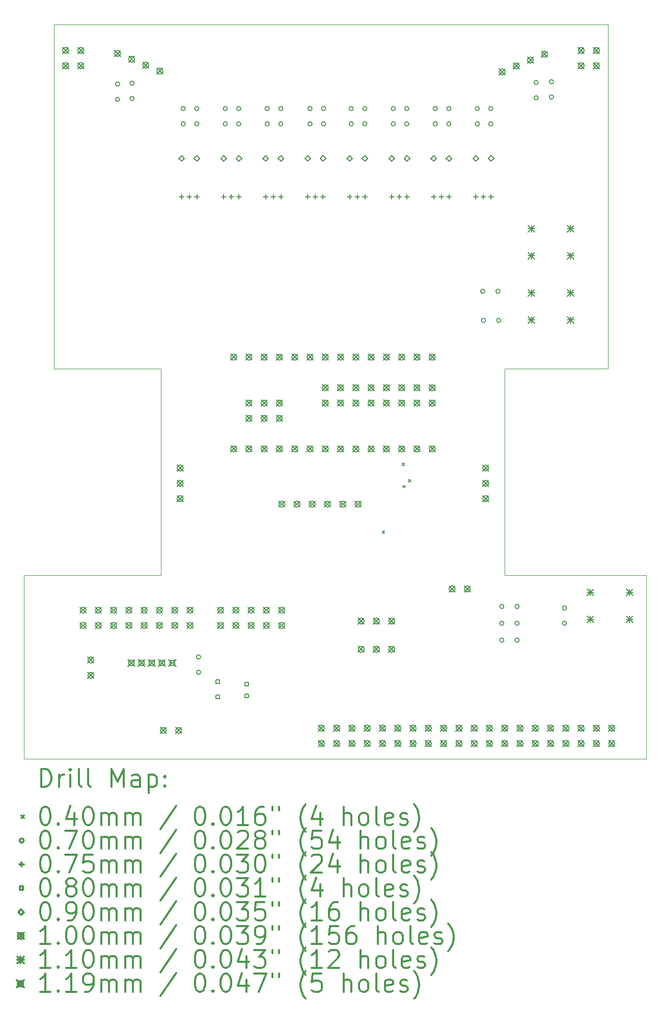
<source format=gbr>
%FSLAX45Y45*%
G04 Gerber Fmt 4.5, Leading zero omitted, Abs format (unit mm)*
G04 Created by KiCad (PCBNEW 5.1.2) date 2019-06-26 00:59:18*
%MOMM*%
%LPD*%
G04 APERTURE LIST*
%ADD10C,0.050000*%
%ADD11C,0.200000*%
%ADD12C,0.300000*%
G04 APERTURE END LIST*
D10*
X13271500Y-8509000D02*
X14986000Y-8509000D01*
X14986000Y-2794000D02*
X14986000Y-8509000D01*
X5778500Y-2794000D02*
X5778500Y-8509000D01*
X7556500Y-8509000D02*
X5778500Y-8509000D01*
X15621000Y-11938000D02*
X15621000Y-14986000D01*
X13271500Y-11938000D02*
X15621000Y-11938000D01*
X14986000Y-2794000D02*
X5778500Y-2794000D01*
X13271500Y-11938000D02*
X13271500Y-8509000D01*
X5276596Y-14986000D02*
X15621000Y-14986000D01*
X5276596Y-11938000D02*
X5276596Y-14986000D01*
X7556500Y-11938000D02*
X5276596Y-11938000D01*
X7556500Y-8509000D02*
X7556500Y-11938000D01*
D11*
X11232200Y-11206800D02*
X11272200Y-11246800D01*
X11272200Y-11206800D02*
X11232200Y-11246800D01*
X11562400Y-10076500D02*
X11602400Y-10116500D01*
X11602400Y-10076500D02*
X11562400Y-10116500D01*
X11575934Y-10445634D02*
X11615934Y-10485634D01*
X11615934Y-10445634D02*
X11575934Y-10485634D01*
X11671184Y-10350384D02*
X11711184Y-10390384D01*
X11711184Y-10350384D02*
X11671184Y-10390384D01*
X10753800Y-4190238D02*
G75*
G03X10753800Y-4190238I-35000J0D01*
G01*
X10753800Y-4444238D02*
G75*
G03X10753800Y-4444238I-35000J0D01*
G01*
X8184082Y-4190238D02*
G75*
G03X8184082Y-4190238I-35000J0D01*
G01*
X8184082Y-4444238D02*
G75*
G03X8184082Y-4444238I-35000J0D01*
G01*
X7108900Y-3771900D02*
G75*
G03X7108900Y-3771900I-35000J0D01*
G01*
X7108900Y-4025900D02*
G75*
G03X7108900Y-4025900I-35000J0D01*
G01*
X12375082Y-4190238D02*
G75*
G03X12375082Y-4190238I-35000J0D01*
G01*
X12375082Y-4444238D02*
G75*
G03X12375082Y-4444238I-35000J0D01*
G01*
X8658300Y-4190238D02*
G75*
G03X8658300Y-4190238I-35000J0D01*
G01*
X8658300Y-4444238D02*
G75*
G03X8658300Y-4444238I-35000J0D01*
G01*
X8882582Y-4190238D02*
G75*
G03X8882582Y-4190238I-35000J0D01*
G01*
X8882582Y-4444238D02*
G75*
G03X8882582Y-4444238I-35000J0D01*
G01*
X7959800Y-4190238D02*
G75*
G03X7959800Y-4190238I-35000J0D01*
G01*
X7959800Y-4444238D02*
G75*
G03X7959800Y-4444238I-35000J0D01*
G01*
X14297100Y-12484100D02*
G75*
G03X14297100Y-12484100I-35000J0D01*
G01*
X14297100Y-12738100D02*
G75*
G03X14297100Y-12738100I-35000J0D01*
G01*
X12950900Y-7708900D02*
G75*
G03X12950900Y-7708900I-35000J0D01*
G01*
X13204900Y-7708900D02*
G75*
G03X13204900Y-7708900I-35000J0D01*
G01*
X12849300Y-4190238D02*
G75*
G03X12849300Y-4190238I-35000J0D01*
G01*
X12849300Y-4444238D02*
G75*
G03X12849300Y-4444238I-35000J0D01*
G01*
X10978082Y-4190238D02*
G75*
G03X10978082Y-4190238I-35000J0D01*
G01*
X10978082Y-4444238D02*
G75*
G03X10978082Y-4444238I-35000J0D01*
G01*
X13073582Y-4190238D02*
G75*
G03X13073582Y-4190238I-35000J0D01*
G01*
X13073582Y-4444238D02*
G75*
G03X13073582Y-4444238I-35000J0D01*
G01*
X11676582Y-4190238D02*
G75*
G03X11676582Y-4190238I-35000J0D01*
G01*
X11676582Y-4444238D02*
G75*
G03X11676582Y-4444238I-35000J0D01*
G01*
X11452300Y-4190238D02*
G75*
G03X11452300Y-4190238I-35000J0D01*
G01*
X11452300Y-4444238D02*
G75*
G03X11452300Y-4444238I-35000J0D01*
G01*
X9581082Y-4190238D02*
G75*
G03X9581082Y-4190238I-35000J0D01*
G01*
X9581082Y-4444238D02*
G75*
G03X9581082Y-4444238I-35000J0D01*
G01*
X9356800Y-4190238D02*
G75*
G03X9356800Y-4190238I-35000J0D01*
G01*
X9356800Y-4444238D02*
G75*
G03X9356800Y-4444238I-35000J0D01*
G01*
X10292282Y-4190238D02*
G75*
G03X10292282Y-4190238I-35000J0D01*
G01*
X10292282Y-4444238D02*
G75*
G03X10292282Y-4444238I-35000J0D01*
G01*
X13255700Y-12458700D02*
G75*
G03X13255700Y-12458700I-35000J0D01*
G01*
X13509700Y-12458700D02*
G75*
G03X13509700Y-12458700I-35000J0D01*
G01*
X13255700Y-12738100D02*
G75*
G03X13255700Y-12738100I-35000J0D01*
G01*
X13509700Y-12738100D02*
G75*
G03X13509700Y-12738100I-35000J0D01*
G01*
X8213800Y-13296900D02*
G75*
G03X8213800Y-13296900I-35000J0D01*
G01*
X8213800Y-13550900D02*
G75*
G03X8213800Y-13550900I-35000J0D01*
G01*
X14081200Y-3746500D02*
G75*
G03X14081200Y-3746500I-35000J0D01*
G01*
X14081200Y-4000500D02*
G75*
G03X14081200Y-4000500I-35000J0D01*
G01*
X10068000Y-4190238D02*
G75*
G03X10068000Y-4190238I-35000J0D01*
G01*
X10068000Y-4444238D02*
G75*
G03X10068000Y-4444238I-35000J0D01*
G01*
X12938200Y-7226300D02*
G75*
G03X12938200Y-7226300I-35000J0D01*
G01*
X13192200Y-7226300D02*
G75*
G03X13192200Y-7226300I-35000J0D01*
G01*
X13827200Y-3759200D02*
G75*
G03X13827200Y-3759200I-35000J0D01*
G01*
X13827200Y-4013200D02*
G75*
G03X13827200Y-4013200I-35000J0D01*
G01*
X13255700Y-13017500D02*
G75*
G03X13255700Y-13017500I-35000J0D01*
G01*
X13509700Y-13017500D02*
G75*
G03X13509700Y-13017500I-35000J0D01*
G01*
X12150800Y-4190238D02*
G75*
G03X12150800Y-4190238I-35000J0D01*
G01*
X12150800Y-4444238D02*
G75*
G03X12150800Y-4444238I-35000J0D01*
G01*
X6867600Y-3784600D02*
G75*
G03X6867600Y-3784600I-35000J0D01*
G01*
X6867600Y-4038600D02*
G75*
G03X6867600Y-4038600I-35000J0D01*
G01*
X12788138Y-5618318D02*
X12788138Y-5693318D01*
X12750638Y-5655818D02*
X12825638Y-5655818D01*
X12915138Y-5618318D02*
X12915138Y-5693318D01*
X12877638Y-5655818D02*
X12952638Y-5655818D01*
X13042138Y-5618318D02*
X13042138Y-5693318D01*
X13004638Y-5655818D02*
X13079638Y-5655818D01*
X9994138Y-5618318D02*
X9994138Y-5693318D01*
X9956638Y-5655818D02*
X10031638Y-5655818D01*
X10121138Y-5618318D02*
X10121138Y-5693318D01*
X10083638Y-5655818D02*
X10158638Y-5655818D01*
X10248138Y-5618318D02*
X10248138Y-5693318D01*
X10210638Y-5655818D02*
X10285638Y-5655818D01*
X11391138Y-5618318D02*
X11391138Y-5693318D01*
X11353638Y-5655818D02*
X11428638Y-5655818D01*
X11518138Y-5618318D02*
X11518138Y-5693318D01*
X11480638Y-5655818D02*
X11555638Y-5655818D01*
X11645138Y-5618318D02*
X11645138Y-5693318D01*
X11607638Y-5655818D02*
X11682638Y-5655818D01*
X12089638Y-5618318D02*
X12089638Y-5693318D01*
X12052138Y-5655818D02*
X12127138Y-5655818D01*
X12216638Y-5618318D02*
X12216638Y-5693318D01*
X12179138Y-5655818D02*
X12254138Y-5655818D01*
X12343638Y-5618318D02*
X12343638Y-5693318D01*
X12306138Y-5655818D02*
X12381138Y-5655818D01*
X7898638Y-5618318D02*
X7898638Y-5693318D01*
X7861138Y-5655818D02*
X7936138Y-5655818D01*
X8025638Y-5618318D02*
X8025638Y-5693318D01*
X7988138Y-5655818D02*
X8063138Y-5655818D01*
X8152638Y-5618318D02*
X8152638Y-5693318D01*
X8115138Y-5655818D02*
X8190138Y-5655818D01*
X9295638Y-5618318D02*
X9295638Y-5693318D01*
X9258138Y-5655818D02*
X9333138Y-5655818D01*
X9422638Y-5618318D02*
X9422638Y-5693318D01*
X9385138Y-5655818D02*
X9460138Y-5655818D01*
X9549638Y-5618318D02*
X9549638Y-5693318D01*
X9512138Y-5655818D02*
X9587138Y-5655818D01*
X8597138Y-5618318D02*
X8597138Y-5693318D01*
X8559638Y-5655818D02*
X8634638Y-5655818D01*
X8724138Y-5618318D02*
X8724138Y-5693318D01*
X8686638Y-5655818D02*
X8761638Y-5655818D01*
X8851138Y-5618318D02*
X8851138Y-5693318D01*
X8813638Y-5655818D02*
X8888638Y-5655818D01*
X10692638Y-5618318D02*
X10692638Y-5693318D01*
X10655138Y-5655818D02*
X10730138Y-5655818D01*
X10819638Y-5618318D02*
X10819638Y-5693318D01*
X10782138Y-5655818D02*
X10857138Y-5655818D01*
X10946638Y-5618318D02*
X10946638Y-5693318D01*
X10909138Y-5655818D02*
X10984138Y-5655818D01*
X9007185Y-13772884D02*
X9007185Y-13716315D01*
X8950616Y-13716315D01*
X8950616Y-13772884D01*
X9007185Y-13772884D01*
X9007185Y-13972884D02*
X9007185Y-13916315D01*
X8950616Y-13916315D01*
X8950616Y-13972884D01*
X9007185Y-13972884D01*
X8524585Y-13735584D02*
X8524585Y-13679015D01*
X8468016Y-13679015D01*
X8468016Y-13735584D01*
X8524585Y-13735584D01*
X8524585Y-13985584D02*
X8524585Y-13929015D01*
X8468016Y-13929015D01*
X8468016Y-13985584D01*
X8524585Y-13985584D01*
X9994138Y-5065818D02*
X10039138Y-5020818D01*
X9994138Y-4975818D01*
X9949138Y-5020818D01*
X9994138Y-5065818D01*
X10248138Y-5065818D02*
X10293138Y-5020818D01*
X10248138Y-4975818D01*
X10203138Y-5020818D01*
X10248138Y-5065818D01*
X12788138Y-5065818D02*
X12833138Y-5020818D01*
X12788138Y-4975818D01*
X12743138Y-5020818D01*
X12788138Y-5065818D01*
X13042138Y-5065818D02*
X13087138Y-5020818D01*
X13042138Y-4975818D01*
X12997138Y-5020818D01*
X13042138Y-5065818D01*
X7898638Y-5065818D02*
X7943638Y-5020818D01*
X7898638Y-4975818D01*
X7853638Y-5020818D01*
X7898638Y-5065818D01*
X8152638Y-5065818D02*
X8197638Y-5020818D01*
X8152638Y-4975818D01*
X8107638Y-5020818D01*
X8152638Y-5065818D01*
X10692638Y-5065818D02*
X10737638Y-5020818D01*
X10692638Y-4975818D01*
X10647638Y-5020818D01*
X10692638Y-5065818D01*
X10946638Y-5065818D02*
X10991638Y-5020818D01*
X10946638Y-4975818D01*
X10901638Y-5020818D01*
X10946638Y-5065818D01*
X8597138Y-5065818D02*
X8642138Y-5020818D01*
X8597138Y-4975818D01*
X8552138Y-5020818D01*
X8597138Y-5065818D01*
X8851138Y-5065818D02*
X8896138Y-5020818D01*
X8851138Y-4975818D01*
X8806138Y-5020818D01*
X8851138Y-5065818D01*
X12089638Y-5065818D02*
X12134638Y-5020818D01*
X12089638Y-4975818D01*
X12044638Y-5020818D01*
X12089638Y-5065818D01*
X12343638Y-5065818D02*
X12388638Y-5020818D01*
X12343638Y-4975818D01*
X12298638Y-5020818D01*
X12343638Y-5065818D01*
X11391138Y-5065818D02*
X11436138Y-5020818D01*
X11391138Y-4975818D01*
X11346138Y-5020818D01*
X11391138Y-5065818D01*
X11645138Y-5065818D02*
X11690138Y-5020818D01*
X11645138Y-4975818D01*
X11600138Y-5020818D01*
X11645138Y-5065818D01*
X9295638Y-5065818D02*
X9340638Y-5020818D01*
X9295638Y-4975818D01*
X9250638Y-5020818D01*
X9295638Y-5065818D01*
X9549638Y-5065818D02*
X9594638Y-5020818D01*
X9549638Y-4975818D01*
X9504638Y-5020818D01*
X9549638Y-5065818D01*
X6209830Y-12469406D02*
X6309830Y-12569406D01*
X6309830Y-12469406D02*
X6209830Y-12569406D01*
X6309830Y-12519406D02*
G75*
G03X6309830Y-12519406I-50000J0D01*
G01*
X6209830Y-12723406D02*
X6309830Y-12823406D01*
X6309830Y-12723406D02*
X6209830Y-12823406D01*
X6309830Y-12773406D02*
G75*
G03X6309830Y-12773406I-50000J0D01*
G01*
X6463830Y-12469406D02*
X6563830Y-12569406D01*
X6563830Y-12469406D02*
X6463830Y-12569406D01*
X6563830Y-12519406D02*
G75*
G03X6563830Y-12519406I-50000J0D01*
G01*
X6463830Y-12723406D02*
X6563830Y-12823406D01*
X6563830Y-12723406D02*
X6463830Y-12823406D01*
X6563830Y-12773406D02*
G75*
G03X6563830Y-12773406I-50000J0D01*
G01*
X6717830Y-12469406D02*
X6817830Y-12569406D01*
X6817830Y-12469406D02*
X6717830Y-12569406D01*
X6817830Y-12519406D02*
G75*
G03X6817830Y-12519406I-50000J0D01*
G01*
X6717830Y-12723406D02*
X6817830Y-12823406D01*
X6817830Y-12723406D02*
X6717830Y-12823406D01*
X6817830Y-12773406D02*
G75*
G03X6817830Y-12773406I-50000J0D01*
G01*
X6971830Y-12469406D02*
X7071830Y-12569406D01*
X7071830Y-12469406D02*
X6971830Y-12569406D01*
X7071830Y-12519406D02*
G75*
G03X7071830Y-12519406I-50000J0D01*
G01*
X6971830Y-12723406D02*
X7071830Y-12823406D01*
X7071830Y-12723406D02*
X6971830Y-12823406D01*
X7071830Y-12773406D02*
G75*
G03X7071830Y-12773406I-50000J0D01*
G01*
X7225830Y-12469406D02*
X7325830Y-12569406D01*
X7325830Y-12469406D02*
X7225830Y-12569406D01*
X7325830Y-12519406D02*
G75*
G03X7325830Y-12519406I-50000J0D01*
G01*
X7225830Y-12723406D02*
X7325830Y-12823406D01*
X7325830Y-12723406D02*
X7225830Y-12823406D01*
X7325830Y-12773406D02*
G75*
G03X7325830Y-12773406I-50000J0D01*
G01*
X7479830Y-12469406D02*
X7579830Y-12569406D01*
X7579830Y-12469406D02*
X7479830Y-12569406D01*
X7579830Y-12519406D02*
G75*
G03X7579830Y-12519406I-50000J0D01*
G01*
X7479830Y-12723406D02*
X7579830Y-12823406D01*
X7579830Y-12723406D02*
X7479830Y-12823406D01*
X7579830Y-12773406D02*
G75*
G03X7579830Y-12773406I-50000J0D01*
G01*
X7733830Y-12469406D02*
X7833830Y-12569406D01*
X7833830Y-12469406D02*
X7733830Y-12569406D01*
X7833830Y-12519406D02*
G75*
G03X7833830Y-12519406I-50000J0D01*
G01*
X7733830Y-12723406D02*
X7833830Y-12823406D01*
X7833830Y-12723406D02*
X7733830Y-12823406D01*
X7833830Y-12773406D02*
G75*
G03X7833830Y-12773406I-50000J0D01*
G01*
X7987830Y-12469406D02*
X8087830Y-12569406D01*
X8087830Y-12469406D02*
X7987830Y-12569406D01*
X8087830Y-12519406D02*
G75*
G03X8087830Y-12519406I-50000J0D01*
G01*
X7987830Y-12723406D02*
X8087830Y-12823406D01*
X8087830Y-12723406D02*
X7987830Y-12823406D01*
X8087830Y-12773406D02*
G75*
G03X8087830Y-12773406I-50000J0D01*
G01*
X8967000Y-9030500D02*
X9067000Y-9130500D01*
X9067000Y-9030500D02*
X8967000Y-9130500D01*
X9067000Y-9080500D02*
G75*
G03X9067000Y-9080500I-50000J0D01*
G01*
X8967000Y-9284500D02*
X9067000Y-9384500D01*
X9067000Y-9284500D02*
X8967000Y-9384500D01*
X9067000Y-9334500D02*
G75*
G03X9067000Y-9334500I-50000J0D01*
G01*
X9221000Y-9030500D02*
X9321000Y-9130500D01*
X9321000Y-9030500D02*
X9221000Y-9130500D01*
X9321000Y-9080500D02*
G75*
G03X9321000Y-9080500I-50000J0D01*
G01*
X9221000Y-9284500D02*
X9321000Y-9384500D01*
X9321000Y-9284500D02*
X9221000Y-9384500D01*
X9321000Y-9334500D02*
G75*
G03X9321000Y-9334500I-50000J0D01*
G01*
X9475000Y-9030500D02*
X9575000Y-9130500D01*
X9575000Y-9030500D02*
X9475000Y-9130500D01*
X9575000Y-9080500D02*
G75*
G03X9575000Y-9080500I-50000J0D01*
G01*
X9475000Y-9284500D02*
X9575000Y-9384500D01*
X9575000Y-9284500D02*
X9475000Y-9384500D01*
X9575000Y-9334500D02*
G75*
G03X9575000Y-9334500I-50000J0D01*
G01*
X7544600Y-14466100D02*
X7644600Y-14566100D01*
X7644600Y-14466100D02*
X7544600Y-14566100D01*
X7644600Y-14516100D02*
G75*
G03X7644600Y-14516100I-50000J0D01*
G01*
X7798600Y-14466100D02*
X7898600Y-14566100D01*
X7898600Y-14466100D02*
X7798600Y-14566100D01*
X7898600Y-14516100D02*
G75*
G03X7898600Y-14516100I-50000J0D01*
G01*
X8495830Y-12469406D02*
X8595830Y-12569406D01*
X8595830Y-12469406D02*
X8495830Y-12569406D01*
X8595830Y-12519406D02*
G75*
G03X8595830Y-12519406I-50000J0D01*
G01*
X8495830Y-12723406D02*
X8595830Y-12823406D01*
X8595830Y-12723406D02*
X8495830Y-12823406D01*
X8595830Y-12773406D02*
G75*
G03X8595830Y-12773406I-50000J0D01*
G01*
X8749830Y-12469406D02*
X8849830Y-12569406D01*
X8849830Y-12469406D02*
X8749830Y-12569406D01*
X8849830Y-12519406D02*
G75*
G03X8849830Y-12519406I-50000J0D01*
G01*
X8749830Y-12723406D02*
X8849830Y-12823406D01*
X8849830Y-12723406D02*
X8749830Y-12823406D01*
X8849830Y-12773406D02*
G75*
G03X8849830Y-12773406I-50000J0D01*
G01*
X9003830Y-12469406D02*
X9103830Y-12569406D01*
X9103830Y-12469406D02*
X9003830Y-12569406D01*
X9103830Y-12519406D02*
G75*
G03X9103830Y-12519406I-50000J0D01*
G01*
X9003830Y-12723406D02*
X9103830Y-12823406D01*
X9103830Y-12723406D02*
X9003830Y-12823406D01*
X9103830Y-12773406D02*
G75*
G03X9103830Y-12773406I-50000J0D01*
G01*
X9257830Y-12469406D02*
X9357830Y-12569406D01*
X9357830Y-12469406D02*
X9257830Y-12569406D01*
X9357830Y-12519406D02*
G75*
G03X9357830Y-12519406I-50000J0D01*
G01*
X9257830Y-12723406D02*
X9357830Y-12823406D01*
X9357830Y-12723406D02*
X9257830Y-12823406D01*
X9357830Y-12773406D02*
G75*
G03X9357830Y-12773406I-50000J0D01*
G01*
X9511830Y-12469406D02*
X9611830Y-12569406D01*
X9611830Y-12469406D02*
X9511830Y-12569406D01*
X9611830Y-12519406D02*
G75*
G03X9611830Y-12519406I-50000J0D01*
G01*
X9511830Y-12723406D02*
X9611830Y-12823406D01*
X9611830Y-12723406D02*
X9511830Y-12823406D01*
X9611830Y-12773406D02*
G75*
G03X9611830Y-12773406I-50000J0D01*
G01*
X7824000Y-10110000D02*
X7924000Y-10210000D01*
X7924000Y-10110000D02*
X7824000Y-10210000D01*
X7924000Y-10160000D02*
G75*
G03X7924000Y-10160000I-50000J0D01*
G01*
X7824000Y-10364000D02*
X7924000Y-10464000D01*
X7924000Y-10364000D02*
X7824000Y-10464000D01*
X7924000Y-10414000D02*
G75*
G03X7924000Y-10414000I-50000J0D01*
G01*
X7824000Y-10618000D02*
X7924000Y-10718000D01*
X7924000Y-10618000D02*
X7824000Y-10718000D01*
X7924000Y-10668000D02*
G75*
G03X7924000Y-10668000I-50000J0D01*
G01*
X10833900Y-12650000D02*
X10933900Y-12750000D01*
X10933900Y-12650000D02*
X10833900Y-12750000D01*
X10933900Y-12700000D02*
G75*
G03X10933900Y-12700000I-50000J0D01*
G01*
X11087900Y-12650000D02*
X11187900Y-12750000D01*
X11187900Y-12650000D02*
X11087900Y-12750000D01*
X11187900Y-12700000D02*
G75*
G03X11187900Y-12700000I-50000J0D01*
G01*
X11341900Y-12650000D02*
X11441900Y-12750000D01*
X11441900Y-12650000D02*
X11341900Y-12750000D01*
X11441900Y-12700000D02*
G75*
G03X11441900Y-12700000I-50000J0D01*
G01*
X5919000Y-3175800D02*
X6019000Y-3275800D01*
X6019000Y-3175800D02*
X5919000Y-3275800D01*
X6019000Y-3225800D02*
G75*
G03X6019000Y-3225800I-50000J0D01*
G01*
X5919000Y-3429800D02*
X6019000Y-3529800D01*
X6019000Y-3429800D02*
X5919000Y-3529800D01*
X6019000Y-3479800D02*
G75*
G03X6019000Y-3479800I-50000J0D01*
G01*
X6173000Y-3175800D02*
X6273000Y-3275800D01*
X6273000Y-3175800D02*
X6173000Y-3275800D01*
X6273000Y-3225800D02*
G75*
G03X6273000Y-3225800I-50000J0D01*
G01*
X6173000Y-3429800D02*
X6273000Y-3529800D01*
X6273000Y-3429800D02*
X6173000Y-3529800D01*
X6273000Y-3479800D02*
G75*
G03X6273000Y-3479800I-50000J0D01*
G01*
X10237000Y-8776500D02*
X10337000Y-8876500D01*
X10337000Y-8776500D02*
X10237000Y-8876500D01*
X10337000Y-8826500D02*
G75*
G03X10337000Y-8826500I-50000J0D01*
G01*
X10237000Y-9030500D02*
X10337000Y-9130500D01*
X10337000Y-9030500D02*
X10237000Y-9130500D01*
X10337000Y-9080500D02*
G75*
G03X10337000Y-9080500I-50000J0D01*
G01*
X10491000Y-8776500D02*
X10591000Y-8876500D01*
X10591000Y-8776500D02*
X10491000Y-8876500D01*
X10591000Y-8826500D02*
G75*
G03X10591000Y-8826500I-50000J0D01*
G01*
X10491000Y-9030500D02*
X10591000Y-9130500D01*
X10591000Y-9030500D02*
X10491000Y-9130500D01*
X10591000Y-9080500D02*
G75*
G03X10591000Y-9080500I-50000J0D01*
G01*
X10745000Y-8776500D02*
X10845000Y-8876500D01*
X10845000Y-8776500D02*
X10745000Y-8876500D01*
X10845000Y-8826500D02*
G75*
G03X10845000Y-8826500I-50000J0D01*
G01*
X10745000Y-9030500D02*
X10845000Y-9130500D01*
X10845000Y-9030500D02*
X10745000Y-9130500D01*
X10845000Y-9080500D02*
G75*
G03X10845000Y-9080500I-50000J0D01*
G01*
X10999000Y-8776500D02*
X11099000Y-8876500D01*
X11099000Y-8776500D02*
X10999000Y-8876500D01*
X11099000Y-8826500D02*
G75*
G03X11099000Y-8826500I-50000J0D01*
G01*
X10999000Y-9030500D02*
X11099000Y-9130500D01*
X11099000Y-9030500D02*
X10999000Y-9130500D01*
X11099000Y-9080500D02*
G75*
G03X11099000Y-9080500I-50000J0D01*
G01*
X11253000Y-8776500D02*
X11353000Y-8876500D01*
X11353000Y-8776500D02*
X11253000Y-8876500D01*
X11353000Y-8826500D02*
G75*
G03X11353000Y-8826500I-50000J0D01*
G01*
X11253000Y-9030500D02*
X11353000Y-9130500D01*
X11353000Y-9030500D02*
X11253000Y-9130500D01*
X11353000Y-9080500D02*
G75*
G03X11353000Y-9080500I-50000J0D01*
G01*
X11507000Y-8776500D02*
X11607000Y-8876500D01*
X11607000Y-8776500D02*
X11507000Y-8876500D01*
X11607000Y-8826500D02*
G75*
G03X11607000Y-8826500I-50000J0D01*
G01*
X11507000Y-9030500D02*
X11607000Y-9130500D01*
X11607000Y-9030500D02*
X11507000Y-9130500D01*
X11607000Y-9080500D02*
G75*
G03X11607000Y-9080500I-50000J0D01*
G01*
X11761000Y-8776500D02*
X11861000Y-8876500D01*
X11861000Y-8776500D02*
X11761000Y-8876500D01*
X11861000Y-8826500D02*
G75*
G03X11861000Y-8826500I-50000J0D01*
G01*
X11761000Y-9030500D02*
X11861000Y-9130500D01*
X11861000Y-9030500D02*
X11761000Y-9130500D01*
X11861000Y-9080500D02*
G75*
G03X11861000Y-9080500I-50000J0D01*
G01*
X12015000Y-8776500D02*
X12115000Y-8876500D01*
X12115000Y-8776500D02*
X12015000Y-8876500D01*
X12115000Y-8826500D02*
G75*
G03X12115000Y-8826500I-50000J0D01*
G01*
X12015000Y-9030500D02*
X12115000Y-9130500D01*
X12115000Y-9030500D02*
X12015000Y-9130500D01*
X12115000Y-9080500D02*
G75*
G03X12115000Y-9080500I-50000J0D01*
G01*
X14491500Y-3175800D02*
X14591500Y-3275800D01*
X14591500Y-3175800D02*
X14491500Y-3275800D01*
X14591500Y-3225800D02*
G75*
G03X14591500Y-3225800I-50000J0D01*
G01*
X14491500Y-3429800D02*
X14591500Y-3529800D01*
X14591500Y-3429800D02*
X14491500Y-3529800D01*
X14591500Y-3479800D02*
G75*
G03X14591500Y-3479800I-50000J0D01*
G01*
X14745500Y-3175800D02*
X14845500Y-3275800D01*
X14845500Y-3175800D02*
X14745500Y-3275800D01*
X14845500Y-3225800D02*
G75*
G03X14845500Y-3225800I-50000J0D01*
G01*
X14745500Y-3429800D02*
X14845500Y-3529800D01*
X14845500Y-3429800D02*
X14745500Y-3529800D01*
X14845500Y-3479800D02*
G75*
G03X14845500Y-3479800I-50000J0D01*
G01*
X10173500Y-14428000D02*
X10273500Y-14528000D01*
X10273500Y-14428000D02*
X10173500Y-14528000D01*
X10273500Y-14478000D02*
G75*
G03X10273500Y-14478000I-50000J0D01*
G01*
X10173500Y-14682000D02*
X10273500Y-14782000D01*
X10273500Y-14682000D02*
X10173500Y-14782000D01*
X10273500Y-14732000D02*
G75*
G03X10273500Y-14732000I-50000J0D01*
G01*
X10427500Y-14428000D02*
X10527500Y-14528000D01*
X10527500Y-14428000D02*
X10427500Y-14528000D01*
X10527500Y-14478000D02*
G75*
G03X10527500Y-14478000I-50000J0D01*
G01*
X10427500Y-14682000D02*
X10527500Y-14782000D01*
X10527500Y-14682000D02*
X10427500Y-14782000D01*
X10527500Y-14732000D02*
G75*
G03X10527500Y-14732000I-50000J0D01*
G01*
X10681500Y-14428000D02*
X10781500Y-14528000D01*
X10781500Y-14428000D02*
X10681500Y-14528000D01*
X10781500Y-14478000D02*
G75*
G03X10781500Y-14478000I-50000J0D01*
G01*
X10681500Y-14682000D02*
X10781500Y-14782000D01*
X10781500Y-14682000D02*
X10681500Y-14782000D01*
X10781500Y-14732000D02*
G75*
G03X10781500Y-14732000I-50000J0D01*
G01*
X10935500Y-14428000D02*
X11035500Y-14528000D01*
X11035500Y-14428000D02*
X10935500Y-14528000D01*
X11035500Y-14478000D02*
G75*
G03X11035500Y-14478000I-50000J0D01*
G01*
X10935500Y-14682000D02*
X11035500Y-14782000D01*
X11035500Y-14682000D02*
X10935500Y-14782000D01*
X11035500Y-14732000D02*
G75*
G03X11035500Y-14732000I-50000J0D01*
G01*
X11189500Y-14428000D02*
X11289500Y-14528000D01*
X11289500Y-14428000D02*
X11189500Y-14528000D01*
X11289500Y-14478000D02*
G75*
G03X11289500Y-14478000I-50000J0D01*
G01*
X11189500Y-14682000D02*
X11289500Y-14782000D01*
X11289500Y-14682000D02*
X11189500Y-14782000D01*
X11289500Y-14732000D02*
G75*
G03X11289500Y-14732000I-50000J0D01*
G01*
X11443500Y-14428000D02*
X11543500Y-14528000D01*
X11543500Y-14428000D02*
X11443500Y-14528000D01*
X11543500Y-14478000D02*
G75*
G03X11543500Y-14478000I-50000J0D01*
G01*
X11443500Y-14682000D02*
X11543500Y-14782000D01*
X11543500Y-14682000D02*
X11443500Y-14782000D01*
X11543500Y-14732000D02*
G75*
G03X11543500Y-14732000I-50000J0D01*
G01*
X11697500Y-14428000D02*
X11797500Y-14528000D01*
X11797500Y-14428000D02*
X11697500Y-14528000D01*
X11797500Y-14478000D02*
G75*
G03X11797500Y-14478000I-50000J0D01*
G01*
X11697500Y-14682000D02*
X11797500Y-14782000D01*
X11797500Y-14682000D02*
X11697500Y-14782000D01*
X11797500Y-14732000D02*
G75*
G03X11797500Y-14732000I-50000J0D01*
G01*
X11951500Y-14428000D02*
X12051500Y-14528000D01*
X12051500Y-14428000D02*
X11951500Y-14528000D01*
X12051500Y-14478000D02*
G75*
G03X12051500Y-14478000I-50000J0D01*
G01*
X11951500Y-14682000D02*
X12051500Y-14782000D01*
X12051500Y-14682000D02*
X11951500Y-14782000D01*
X12051500Y-14732000D02*
G75*
G03X12051500Y-14732000I-50000J0D01*
G01*
X12205500Y-14428000D02*
X12305500Y-14528000D01*
X12305500Y-14428000D02*
X12205500Y-14528000D01*
X12305500Y-14478000D02*
G75*
G03X12305500Y-14478000I-50000J0D01*
G01*
X12205500Y-14682000D02*
X12305500Y-14782000D01*
X12305500Y-14682000D02*
X12205500Y-14782000D01*
X12305500Y-14732000D02*
G75*
G03X12305500Y-14732000I-50000J0D01*
G01*
X12459500Y-14428000D02*
X12559500Y-14528000D01*
X12559500Y-14428000D02*
X12459500Y-14528000D01*
X12559500Y-14478000D02*
G75*
G03X12559500Y-14478000I-50000J0D01*
G01*
X12459500Y-14682000D02*
X12559500Y-14782000D01*
X12559500Y-14682000D02*
X12459500Y-14782000D01*
X12559500Y-14732000D02*
G75*
G03X12559500Y-14732000I-50000J0D01*
G01*
X12713500Y-14428000D02*
X12813500Y-14528000D01*
X12813500Y-14428000D02*
X12713500Y-14528000D01*
X12813500Y-14478000D02*
G75*
G03X12813500Y-14478000I-50000J0D01*
G01*
X12713500Y-14682000D02*
X12813500Y-14782000D01*
X12813500Y-14682000D02*
X12713500Y-14782000D01*
X12813500Y-14732000D02*
G75*
G03X12813500Y-14732000I-50000J0D01*
G01*
X12967500Y-14428000D02*
X13067500Y-14528000D01*
X13067500Y-14428000D02*
X12967500Y-14528000D01*
X13067500Y-14478000D02*
G75*
G03X13067500Y-14478000I-50000J0D01*
G01*
X12967500Y-14682000D02*
X13067500Y-14782000D01*
X13067500Y-14682000D02*
X12967500Y-14782000D01*
X13067500Y-14732000D02*
G75*
G03X13067500Y-14732000I-50000J0D01*
G01*
X13221500Y-14428000D02*
X13321500Y-14528000D01*
X13321500Y-14428000D02*
X13221500Y-14528000D01*
X13321500Y-14478000D02*
G75*
G03X13321500Y-14478000I-50000J0D01*
G01*
X13221500Y-14682000D02*
X13321500Y-14782000D01*
X13321500Y-14682000D02*
X13221500Y-14782000D01*
X13321500Y-14732000D02*
G75*
G03X13321500Y-14732000I-50000J0D01*
G01*
X13475500Y-14428000D02*
X13575500Y-14528000D01*
X13575500Y-14428000D02*
X13475500Y-14528000D01*
X13575500Y-14478000D02*
G75*
G03X13575500Y-14478000I-50000J0D01*
G01*
X13475500Y-14682000D02*
X13575500Y-14782000D01*
X13575500Y-14682000D02*
X13475500Y-14782000D01*
X13575500Y-14732000D02*
G75*
G03X13575500Y-14732000I-50000J0D01*
G01*
X13729500Y-14428000D02*
X13829500Y-14528000D01*
X13829500Y-14428000D02*
X13729500Y-14528000D01*
X13829500Y-14478000D02*
G75*
G03X13829500Y-14478000I-50000J0D01*
G01*
X13729500Y-14682000D02*
X13829500Y-14782000D01*
X13829500Y-14682000D02*
X13729500Y-14782000D01*
X13829500Y-14732000D02*
G75*
G03X13829500Y-14732000I-50000J0D01*
G01*
X13983500Y-14428000D02*
X14083500Y-14528000D01*
X14083500Y-14428000D02*
X13983500Y-14528000D01*
X14083500Y-14478000D02*
G75*
G03X14083500Y-14478000I-50000J0D01*
G01*
X13983500Y-14682000D02*
X14083500Y-14782000D01*
X14083500Y-14682000D02*
X13983500Y-14782000D01*
X14083500Y-14732000D02*
G75*
G03X14083500Y-14732000I-50000J0D01*
G01*
X14237500Y-14428000D02*
X14337500Y-14528000D01*
X14337500Y-14428000D02*
X14237500Y-14528000D01*
X14337500Y-14478000D02*
G75*
G03X14337500Y-14478000I-50000J0D01*
G01*
X14237500Y-14682000D02*
X14337500Y-14782000D01*
X14337500Y-14682000D02*
X14237500Y-14782000D01*
X14337500Y-14732000D02*
G75*
G03X14337500Y-14732000I-50000J0D01*
G01*
X14491500Y-14428000D02*
X14591500Y-14528000D01*
X14591500Y-14428000D02*
X14491500Y-14528000D01*
X14591500Y-14478000D02*
G75*
G03X14591500Y-14478000I-50000J0D01*
G01*
X14491500Y-14682000D02*
X14591500Y-14782000D01*
X14591500Y-14682000D02*
X14491500Y-14782000D01*
X14591500Y-14732000D02*
G75*
G03X14591500Y-14732000I-50000J0D01*
G01*
X14745500Y-14428000D02*
X14845500Y-14528000D01*
X14845500Y-14428000D02*
X14745500Y-14528000D01*
X14845500Y-14478000D02*
G75*
G03X14845500Y-14478000I-50000J0D01*
G01*
X14745500Y-14682000D02*
X14845500Y-14782000D01*
X14845500Y-14682000D02*
X14745500Y-14782000D01*
X14845500Y-14732000D02*
G75*
G03X14845500Y-14732000I-50000J0D01*
G01*
X14999500Y-14428000D02*
X15099500Y-14528000D01*
X15099500Y-14428000D02*
X14999500Y-14528000D01*
X15099500Y-14478000D02*
G75*
G03X15099500Y-14478000I-50000J0D01*
G01*
X14999500Y-14682000D02*
X15099500Y-14782000D01*
X15099500Y-14682000D02*
X14999500Y-14782000D01*
X15099500Y-14732000D02*
G75*
G03X15099500Y-14732000I-50000J0D01*
G01*
X12345200Y-12116600D02*
X12445200Y-12216600D01*
X12445200Y-12116600D02*
X12345200Y-12216600D01*
X12445200Y-12166600D02*
G75*
G03X12445200Y-12166600I-50000J0D01*
G01*
X12599200Y-12116600D02*
X12699200Y-12216600D01*
X12699200Y-12116600D02*
X12599200Y-12216600D01*
X12699200Y-12166600D02*
G75*
G03X12699200Y-12166600I-50000J0D01*
G01*
X9511830Y-10709440D02*
X9611830Y-10809440D01*
X9611830Y-10709440D02*
X9511830Y-10809440D01*
X9611830Y-10759440D02*
G75*
G03X9611830Y-10759440I-50000J0D01*
G01*
X9765830Y-10709440D02*
X9865830Y-10809440D01*
X9865830Y-10709440D02*
X9765830Y-10809440D01*
X9865830Y-10759440D02*
G75*
G03X9865830Y-10759440I-50000J0D01*
G01*
X10019830Y-10709440D02*
X10119830Y-10809440D01*
X10119830Y-10709440D02*
X10019830Y-10809440D01*
X10119830Y-10759440D02*
G75*
G03X10119830Y-10759440I-50000J0D01*
G01*
X10273830Y-10709440D02*
X10373830Y-10809440D01*
X10373830Y-10709440D02*
X10273830Y-10809440D01*
X10373830Y-10759440D02*
G75*
G03X10373830Y-10759440I-50000J0D01*
G01*
X10527830Y-10709440D02*
X10627830Y-10809440D01*
X10627830Y-10709440D02*
X10527830Y-10809440D01*
X10627830Y-10759440D02*
G75*
G03X10627830Y-10759440I-50000J0D01*
G01*
X10781830Y-10709440D02*
X10881830Y-10809440D01*
X10881830Y-10709440D02*
X10781830Y-10809440D01*
X10881830Y-10759440D02*
G75*
G03X10881830Y-10759440I-50000J0D01*
G01*
X8713000Y-9792500D02*
X8813000Y-9892500D01*
X8813000Y-9792500D02*
X8713000Y-9892500D01*
X8813000Y-9842500D02*
G75*
G03X8813000Y-9842500I-50000J0D01*
G01*
X8967000Y-9792500D02*
X9067000Y-9892500D01*
X9067000Y-9792500D02*
X8967000Y-9892500D01*
X9067000Y-9842500D02*
G75*
G03X9067000Y-9842500I-50000J0D01*
G01*
X9221000Y-9792500D02*
X9321000Y-9892500D01*
X9321000Y-9792500D02*
X9221000Y-9892500D01*
X9321000Y-9842500D02*
G75*
G03X9321000Y-9842500I-50000J0D01*
G01*
X9475000Y-9792500D02*
X9575000Y-9892500D01*
X9575000Y-9792500D02*
X9475000Y-9892500D01*
X9575000Y-9842500D02*
G75*
G03X9575000Y-9842500I-50000J0D01*
G01*
X9729000Y-9792500D02*
X9829000Y-9892500D01*
X9829000Y-9792500D02*
X9729000Y-9892500D01*
X9829000Y-9842500D02*
G75*
G03X9829000Y-9842500I-50000J0D01*
G01*
X9983000Y-9792500D02*
X10083000Y-9892500D01*
X10083000Y-9792500D02*
X9983000Y-9892500D01*
X10083000Y-9842500D02*
G75*
G03X10083000Y-9842500I-50000J0D01*
G01*
X10237000Y-9792500D02*
X10337000Y-9892500D01*
X10337000Y-9792500D02*
X10237000Y-9892500D01*
X10337000Y-9842500D02*
G75*
G03X10337000Y-9842500I-50000J0D01*
G01*
X10491000Y-9792500D02*
X10591000Y-9892500D01*
X10591000Y-9792500D02*
X10491000Y-9892500D01*
X10591000Y-9842500D02*
G75*
G03X10591000Y-9842500I-50000J0D01*
G01*
X10745000Y-9792500D02*
X10845000Y-9892500D01*
X10845000Y-9792500D02*
X10745000Y-9892500D01*
X10845000Y-9842500D02*
G75*
G03X10845000Y-9842500I-50000J0D01*
G01*
X10999000Y-9792500D02*
X11099000Y-9892500D01*
X11099000Y-9792500D02*
X10999000Y-9892500D01*
X11099000Y-9842500D02*
G75*
G03X11099000Y-9842500I-50000J0D01*
G01*
X11253000Y-9792500D02*
X11353000Y-9892500D01*
X11353000Y-9792500D02*
X11253000Y-9892500D01*
X11353000Y-9842500D02*
G75*
G03X11353000Y-9842500I-50000J0D01*
G01*
X11507000Y-9792500D02*
X11607000Y-9892500D01*
X11607000Y-9792500D02*
X11507000Y-9892500D01*
X11607000Y-9842500D02*
G75*
G03X11607000Y-9842500I-50000J0D01*
G01*
X11761000Y-9792500D02*
X11861000Y-9892500D01*
X11861000Y-9792500D02*
X11761000Y-9892500D01*
X11861000Y-9842500D02*
G75*
G03X11861000Y-9842500I-50000J0D01*
G01*
X12015000Y-9792500D02*
X12115000Y-9892500D01*
X12115000Y-9792500D02*
X12015000Y-9892500D01*
X12115000Y-9842500D02*
G75*
G03X12115000Y-9842500I-50000J0D01*
G01*
X6338100Y-13297700D02*
X6438100Y-13397700D01*
X6438100Y-13297700D02*
X6338100Y-13397700D01*
X6438100Y-13347700D02*
G75*
G03X6438100Y-13347700I-50000J0D01*
G01*
X6338100Y-13551700D02*
X6438100Y-13651700D01*
X6438100Y-13551700D02*
X6338100Y-13651700D01*
X6438100Y-13601700D02*
G75*
G03X6438100Y-13601700I-50000J0D01*
G01*
X12904000Y-10110000D02*
X13004000Y-10210000D01*
X13004000Y-10110000D02*
X12904000Y-10210000D01*
X13004000Y-10160000D02*
G75*
G03X13004000Y-10160000I-50000J0D01*
G01*
X12904000Y-10364000D02*
X13004000Y-10464000D01*
X13004000Y-10364000D02*
X12904000Y-10464000D01*
X13004000Y-10414000D02*
G75*
G03X13004000Y-10414000I-50000J0D01*
G01*
X12904000Y-10618000D02*
X13004000Y-10718000D01*
X13004000Y-10618000D02*
X12904000Y-10718000D01*
X13004000Y-10668000D02*
G75*
G03X13004000Y-10668000I-50000J0D01*
G01*
X6782600Y-3226600D02*
X6882600Y-3326600D01*
X6882600Y-3226600D02*
X6782600Y-3326600D01*
X6882600Y-3276600D02*
G75*
G03X6882600Y-3276600I-50000J0D01*
G01*
X7017265Y-3323802D02*
X7117265Y-3423802D01*
X7117265Y-3323802D02*
X7017265Y-3423802D01*
X7117265Y-3373802D02*
G75*
G03X7117265Y-3373802I-50000J0D01*
G01*
X7251931Y-3421003D02*
X7351931Y-3521003D01*
X7351931Y-3421003D02*
X7251931Y-3521003D01*
X7351931Y-3471003D02*
G75*
G03X7351931Y-3471003I-50000J0D01*
G01*
X7486596Y-3518205D02*
X7586596Y-3618205D01*
X7586596Y-3518205D02*
X7486596Y-3618205D01*
X7586596Y-3568205D02*
G75*
G03X7586596Y-3568205I-50000J0D01*
G01*
X13177904Y-3530905D02*
X13277904Y-3630905D01*
X13277904Y-3530905D02*
X13177904Y-3630905D01*
X13277904Y-3580905D02*
G75*
G03X13277904Y-3580905I-50000J0D01*
G01*
X13412569Y-3433703D02*
X13512569Y-3533703D01*
X13512569Y-3433703D02*
X13412569Y-3533703D01*
X13512569Y-3483703D02*
G75*
G03X13512569Y-3483703I-50000J0D01*
G01*
X13647235Y-3336502D02*
X13747235Y-3436502D01*
X13747235Y-3336502D02*
X13647235Y-3436502D01*
X13747235Y-3386502D02*
G75*
G03X13747235Y-3386502I-50000J0D01*
G01*
X13881900Y-3239300D02*
X13981900Y-3339300D01*
X13981900Y-3239300D02*
X13881900Y-3339300D01*
X13981900Y-3289300D02*
G75*
G03X13981900Y-3289300I-50000J0D01*
G01*
X8713000Y-8268500D02*
X8813000Y-8368500D01*
X8813000Y-8268500D02*
X8713000Y-8368500D01*
X8813000Y-8318500D02*
G75*
G03X8813000Y-8318500I-50000J0D01*
G01*
X8967000Y-8268500D02*
X9067000Y-8368500D01*
X9067000Y-8268500D02*
X8967000Y-8368500D01*
X9067000Y-8318500D02*
G75*
G03X9067000Y-8318500I-50000J0D01*
G01*
X9221000Y-8268500D02*
X9321000Y-8368500D01*
X9321000Y-8268500D02*
X9221000Y-8368500D01*
X9321000Y-8318500D02*
G75*
G03X9321000Y-8318500I-50000J0D01*
G01*
X9475000Y-8268500D02*
X9575000Y-8368500D01*
X9575000Y-8268500D02*
X9475000Y-8368500D01*
X9575000Y-8318500D02*
G75*
G03X9575000Y-8318500I-50000J0D01*
G01*
X9729000Y-8268500D02*
X9829000Y-8368500D01*
X9829000Y-8268500D02*
X9729000Y-8368500D01*
X9829000Y-8318500D02*
G75*
G03X9829000Y-8318500I-50000J0D01*
G01*
X9983000Y-8268500D02*
X10083000Y-8368500D01*
X10083000Y-8268500D02*
X9983000Y-8368500D01*
X10083000Y-8318500D02*
G75*
G03X10083000Y-8318500I-50000J0D01*
G01*
X10237000Y-8268500D02*
X10337000Y-8368500D01*
X10337000Y-8268500D02*
X10237000Y-8368500D01*
X10337000Y-8318500D02*
G75*
G03X10337000Y-8318500I-50000J0D01*
G01*
X10491000Y-8268500D02*
X10591000Y-8368500D01*
X10591000Y-8268500D02*
X10491000Y-8368500D01*
X10591000Y-8318500D02*
G75*
G03X10591000Y-8318500I-50000J0D01*
G01*
X10745000Y-8268500D02*
X10845000Y-8368500D01*
X10845000Y-8268500D02*
X10745000Y-8368500D01*
X10845000Y-8318500D02*
G75*
G03X10845000Y-8318500I-50000J0D01*
G01*
X10999000Y-8268500D02*
X11099000Y-8368500D01*
X11099000Y-8268500D02*
X10999000Y-8368500D01*
X11099000Y-8318500D02*
G75*
G03X11099000Y-8318500I-50000J0D01*
G01*
X11253000Y-8268500D02*
X11353000Y-8368500D01*
X11353000Y-8268500D02*
X11253000Y-8368500D01*
X11353000Y-8318500D02*
G75*
G03X11353000Y-8318500I-50000J0D01*
G01*
X11507000Y-8268500D02*
X11607000Y-8368500D01*
X11607000Y-8268500D02*
X11507000Y-8368500D01*
X11607000Y-8318500D02*
G75*
G03X11607000Y-8318500I-50000J0D01*
G01*
X11761000Y-8268500D02*
X11861000Y-8368500D01*
X11861000Y-8268500D02*
X11761000Y-8368500D01*
X11861000Y-8318500D02*
G75*
G03X11861000Y-8318500I-50000J0D01*
G01*
X12015000Y-8268500D02*
X12115000Y-8368500D01*
X12115000Y-8268500D02*
X12015000Y-8368500D01*
X12115000Y-8318500D02*
G75*
G03X12115000Y-8318500I-50000J0D01*
G01*
X10833900Y-13119900D02*
X10933900Y-13219900D01*
X10933900Y-13119900D02*
X10833900Y-13219900D01*
X10933900Y-13169900D02*
G75*
G03X10933900Y-13169900I-50000J0D01*
G01*
X11087900Y-13119900D02*
X11187900Y-13219900D01*
X11187900Y-13119900D02*
X11087900Y-13219900D01*
X11187900Y-13169900D02*
G75*
G03X11187900Y-13169900I-50000J0D01*
G01*
X11341900Y-13119900D02*
X11441900Y-13219900D01*
X11441900Y-13119900D02*
X11341900Y-13219900D01*
X11441900Y-13169900D02*
G75*
G03X11441900Y-13169900I-50000J0D01*
G01*
X13657938Y-7195518D02*
X13767938Y-7305518D01*
X13767938Y-7195518D02*
X13657938Y-7305518D01*
X13712938Y-7195518D02*
X13712938Y-7305518D01*
X13657938Y-7250518D02*
X13767938Y-7250518D01*
X13657938Y-7645518D02*
X13767938Y-7755518D01*
X13767938Y-7645518D02*
X13657938Y-7755518D01*
X13712938Y-7645518D02*
X13712938Y-7755518D01*
X13657938Y-7700518D02*
X13767938Y-7700518D01*
X14307938Y-7195518D02*
X14417938Y-7305518D01*
X14417938Y-7195518D02*
X14307938Y-7305518D01*
X14362938Y-7195518D02*
X14362938Y-7305518D01*
X14307938Y-7250518D02*
X14417938Y-7250518D01*
X14307938Y-7645518D02*
X14417938Y-7755518D01*
X14417938Y-7645518D02*
X14307938Y-7755518D01*
X14362938Y-7645518D02*
X14362938Y-7755518D01*
X14307938Y-7700518D02*
X14417938Y-7700518D01*
X13657938Y-6128718D02*
X13767938Y-6238718D01*
X13767938Y-6128718D02*
X13657938Y-6238718D01*
X13712938Y-6128718D02*
X13712938Y-6238718D01*
X13657938Y-6183718D02*
X13767938Y-6183718D01*
X13657938Y-6578718D02*
X13767938Y-6688718D01*
X13767938Y-6578718D02*
X13657938Y-6688718D01*
X13712938Y-6578718D02*
X13712938Y-6688718D01*
X13657938Y-6633718D02*
X13767938Y-6633718D01*
X14307938Y-6128718D02*
X14417938Y-6238718D01*
X14417938Y-6128718D02*
X14307938Y-6238718D01*
X14362938Y-6128718D02*
X14362938Y-6238718D01*
X14307938Y-6183718D02*
X14417938Y-6183718D01*
X14307938Y-6578718D02*
X14417938Y-6688718D01*
X14417938Y-6578718D02*
X14307938Y-6688718D01*
X14362938Y-6578718D02*
X14362938Y-6688718D01*
X14307938Y-6633718D02*
X14417938Y-6633718D01*
X14639662Y-12170782D02*
X14749662Y-12280782D01*
X14749662Y-12170782D02*
X14639662Y-12280782D01*
X14694662Y-12170782D02*
X14694662Y-12280782D01*
X14639662Y-12225782D02*
X14749662Y-12225782D01*
X14639662Y-12620782D02*
X14749662Y-12730782D01*
X14749662Y-12620782D02*
X14639662Y-12730782D01*
X14694662Y-12620782D02*
X14694662Y-12730782D01*
X14639662Y-12675782D02*
X14749662Y-12675782D01*
X15289662Y-12170782D02*
X15399662Y-12280782D01*
X15399662Y-12170782D02*
X15289662Y-12280782D01*
X15344662Y-12170782D02*
X15344662Y-12280782D01*
X15289662Y-12225782D02*
X15399662Y-12225782D01*
X15289662Y-12620782D02*
X15399662Y-12730782D01*
X15399662Y-12620782D02*
X15289662Y-12730782D01*
X15344662Y-12620782D02*
X15344662Y-12730782D01*
X15289662Y-12675782D02*
X15399662Y-12675782D01*
X7004600Y-13339000D02*
X7123600Y-13458000D01*
X7123600Y-13339000D02*
X7004600Y-13458000D01*
X7106173Y-13440573D02*
X7106173Y-13356427D01*
X7022027Y-13356427D01*
X7022027Y-13440573D01*
X7106173Y-13440573D01*
X7174600Y-13339000D02*
X7293600Y-13458000D01*
X7293600Y-13339000D02*
X7174600Y-13458000D01*
X7276173Y-13440573D02*
X7276173Y-13356427D01*
X7192027Y-13356427D01*
X7192027Y-13440573D01*
X7276173Y-13440573D01*
X7344600Y-13339000D02*
X7463600Y-13458000D01*
X7463600Y-13339000D02*
X7344600Y-13458000D01*
X7446173Y-13440573D02*
X7446173Y-13356427D01*
X7362027Y-13356427D01*
X7362027Y-13440573D01*
X7446173Y-13440573D01*
X7514600Y-13339000D02*
X7633600Y-13458000D01*
X7633600Y-13339000D02*
X7514600Y-13458000D01*
X7616173Y-13440573D02*
X7616173Y-13356427D01*
X7532027Y-13356427D01*
X7532027Y-13440573D01*
X7616173Y-13440573D01*
X7684600Y-13339000D02*
X7803600Y-13458000D01*
X7803600Y-13339000D02*
X7684600Y-13458000D01*
X7786173Y-13440573D02*
X7786173Y-13356427D01*
X7702027Y-13356427D01*
X7702027Y-13440573D01*
X7786173Y-13440573D01*
D12*
X5560524Y-15454214D02*
X5560524Y-15154214D01*
X5631953Y-15154214D01*
X5674810Y-15168500D01*
X5703382Y-15197071D01*
X5717667Y-15225643D01*
X5731953Y-15282786D01*
X5731953Y-15325643D01*
X5717667Y-15382786D01*
X5703382Y-15411357D01*
X5674810Y-15439929D01*
X5631953Y-15454214D01*
X5560524Y-15454214D01*
X5860524Y-15454214D02*
X5860524Y-15254214D01*
X5860524Y-15311357D02*
X5874810Y-15282786D01*
X5889096Y-15268500D01*
X5917667Y-15254214D01*
X5946239Y-15254214D01*
X6046239Y-15454214D02*
X6046239Y-15254214D01*
X6046239Y-15154214D02*
X6031953Y-15168500D01*
X6046239Y-15182786D01*
X6060524Y-15168500D01*
X6046239Y-15154214D01*
X6046239Y-15182786D01*
X6231953Y-15454214D02*
X6203382Y-15439929D01*
X6189096Y-15411357D01*
X6189096Y-15154214D01*
X6389096Y-15454214D02*
X6360524Y-15439929D01*
X6346239Y-15411357D01*
X6346239Y-15154214D01*
X6731953Y-15454214D02*
X6731953Y-15154214D01*
X6831953Y-15368500D01*
X6931953Y-15154214D01*
X6931953Y-15454214D01*
X7203382Y-15454214D02*
X7203382Y-15297071D01*
X7189096Y-15268500D01*
X7160524Y-15254214D01*
X7103382Y-15254214D01*
X7074810Y-15268500D01*
X7203382Y-15439929D02*
X7174810Y-15454214D01*
X7103382Y-15454214D01*
X7074810Y-15439929D01*
X7060524Y-15411357D01*
X7060524Y-15382786D01*
X7074810Y-15354214D01*
X7103382Y-15339929D01*
X7174810Y-15339929D01*
X7203382Y-15325643D01*
X7346239Y-15254214D02*
X7346239Y-15554214D01*
X7346239Y-15268500D02*
X7374810Y-15254214D01*
X7431953Y-15254214D01*
X7460524Y-15268500D01*
X7474810Y-15282786D01*
X7489096Y-15311357D01*
X7489096Y-15397071D01*
X7474810Y-15425643D01*
X7460524Y-15439929D01*
X7431953Y-15454214D01*
X7374810Y-15454214D01*
X7346239Y-15439929D01*
X7617667Y-15425643D02*
X7631953Y-15439929D01*
X7617667Y-15454214D01*
X7603382Y-15439929D01*
X7617667Y-15425643D01*
X7617667Y-15454214D01*
X7617667Y-15268500D02*
X7631953Y-15282786D01*
X7617667Y-15297071D01*
X7603382Y-15282786D01*
X7617667Y-15268500D01*
X7617667Y-15297071D01*
X5234096Y-15928500D02*
X5274096Y-15968500D01*
X5274096Y-15928500D02*
X5234096Y-15968500D01*
X5617667Y-15784214D02*
X5646239Y-15784214D01*
X5674810Y-15798500D01*
X5689096Y-15812786D01*
X5703382Y-15841357D01*
X5717667Y-15898500D01*
X5717667Y-15969929D01*
X5703382Y-16027071D01*
X5689096Y-16055643D01*
X5674810Y-16069929D01*
X5646239Y-16084214D01*
X5617667Y-16084214D01*
X5589096Y-16069929D01*
X5574810Y-16055643D01*
X5560524Y-16027071D01*
X5546239Y-15969929D01*
X5546239Y-15898500D01*
X5560524Y-15841357D01*
X5574810Y-15812786D01*
X5589096Y-15798500D01*
X5617667Y-15784214D01*
X5846239Y-16055643D02*
X5860524Y-16069929D01*
X5846239Y-16084214D01*
X5831953Y-16069929D01*
X5846239Y-16055643D01*
X5846239Y-16084214D01*
X6117667Y-15884214D02*
X6117667Y-16084214D01*
X6046239Y-15769929D02*
X5974810Y-15984214D01*
X6160524Y-15984214D01*
X6331953Y-15784214D02*
X6360524Y-15784214D01*
X6389096Y-15798500D01*
X6403382Y-15812786D01*
X6417667Y-15841357D01*
X6431953Y-15898500D01*
X6431953Y-15969929D01*
X6417667Y-16027071D01*
X6403382Y-16055643D01*
X6389096Y-16069929D01*
X6360524Y-16084214D01*
X6331953Y-16084214D01*
X6303382Y-16069929D01*
X6289096Y-16055643D01*
X6274810Y-16027071D01*
X6260524Y-15969929D01*
X6260524Y-15898500D01*
X6274810Y-15841357D01*
X6289096Y-15812786D01*
X6303382Y-15798500D01*
X6331953Y-15784214D01*
X6560524Y-16084214D02*
X6560524Y-15884214D01*
X6560524Y-15912786D02*
X6574810Y-15898500D01*
X6603382Y-15884214D01*
X6646239Y-15884214D01*
X6674810Y-15898500D01*
X6689096Y-15927071D01*
X6689096Y-16084214D01*
X6689096Y-15927071D02*
X6703382Y-15898500D01*
X6731953Y-15884214D01*
X6774810Y-15884214D01*
X6803382Y-15898500D01*
X6817667Y-15927071D01*
X6817667Y-16084214D01*
X6960524Y-16084214D02*
X6960524Y-15884214D01*
X6960524Y-15912786D02*
X6974810Y-15898500D01*
X7003382Y-15884214D01*
X7046239Y-15884214D01*
X7074810Y-15898500D01*
X7089096Y-15927071D01*
X7089096Y-16084214D01*
X7089096Y-15927071D02*
X7103382Y-15898500D01*
X7131953Y-15884214D01*
X7174810Y-15884214D01*
X7203382Y-15898500D01*
X7217667Y-15927071D01*
X7217667Y-16084214D01*
X7803382Y-15769929D02*
X7546239Y-16155643D01*
X8189096Y-15784214D02*
X8217667Y-15784214D01*
X8246239Y-15798500D01*
X8260524Y-15812786D01*
X8274810Y-15841357D01*
X8289096Y-15898500D01*
X8289096Y-15969929D01*
X8274810Y-16027071D01*
X8260524Y-16055643D01*
X8246239Y-16069929D01*
X8217667Y-16084214D01*
X8189096Y-16084214D01*
X8160524Y-16069929D01*
X8146239Y-16055643D01*
X8131953Y-16027071D01*
X8117667Y-15969929D01*
X8117667Y-15898500D01*
X8131953Y-15841357D01*
X8146239Y-15812786D01*
X8160524Y-15798500D01*
X8189096Y-15784214D01*
X8417667Y-16055643D02*
X8431953Y-16069929D01*
X8417667Y-16084214D01*
X8403382Y-16069929D01*
X8417667Y-16055643D01*
X8417667Y-16084214D01*
X8617667Y-15784214D02*
X8646239Y-15784214D01*
X8674810Y-15798500D01*
X8689096Y-15812786D01*
X8703382Y-15841357D01*
X8717667Y-15898500D01*
X8717667Y-15969929D01*
X8703382Y-16027071D01*
X8689096Y-16055643D01*
X8674810Y-16069929D01*
X8646239Y-16084214D01*
X8617667Y-16084214D01*
X8589096Y-16069929D01*
X8574810Y-16055643D01*
X8560524Y-16027071D01*
X8546239Y-15969929D01*
X8546239Y-15898500D01*
X8560524Y-15841357D01*
X8574810Y-15812786D01*
X8589096Y-15798500D01*
X8617667Y-15784214D01*
X9003382Y-16084214D02*
X8831953Y-16084214D01*
X8917667Y-16084214D02*
X8917667Y-15784214D01*
X8889096Y-15827071D01*
X8860524Y-15855643D01*
X8831953Y-15869929D01*
X9260524Y-15784214D02*
X9203382Y-15784214D01*
X9174810Y-15798500D01*
X9160524Y-15812786D01*
X9131953Y-15855643D01*
X9117667Y-15912786D01*
X9117667Y-16027071D01*
X9131953Y-16055643D01*
X9146239Y-16069929D01*
X9174810Y-16084214D01*
X9231953Y-16084214D01*
X9260524Y-16069929D01*
X9274810Y-16055643D01*
X9289096Y-16027071D01*
X9289096Y-15955643D01*
X9274810Y-15927071D01*
X9260524Y-15912786D01*
X9231953Y-15898500D01*
X9174810Y-15898500D01*
X9146239Y-15912786D01*
X9131953Y-15927071D01*
X9117667Y-15955643D01*
X9403382Y-15784214D02*
X9403382Y-15841357D01*
X9517667Y-15784214D02*
X9517667Y-15841357D01*
X9960524Y-16198500D02*
X9946239Y-16184214D01*
X9917667Y-16141357D01*
X9903382Y-16112786D01*
X9889096Y-16069929D01*
X9874810Y-15998500D01*
X9874810Y-15941357D01*
X9889096Y-15869929D01*
X9903382Y-15827071D01*
X9917667Y-15798500D01*
X9946239Y-15755643D01*
X9960524Y-15741357D01*
X10203382Y-15884214D02*
X10203382Y-16084214D01*
X10131953Y-15769929D02*
X10060524Y-15984214D01*
X10246239Y-15984214D01*
X10589096Y-16084214D02*
X10589096Y-15784214D01*
X10717667Y-16084214D02*
X10717667Y-15927071D01*
X10703382Y-15898500D01*
X10674810Y-15884214D01*
X10631953Y-15884214D01*
X10603382Y-15898500D01*
X10589096Y-15912786D01*
X10903382Y-16084214D02*
X10874810Y-16069929D01*
X10860524Y-16055643D01*
X10846239Y-16027071D01*
X10846239Y-15941357D01*
X10860524Y-15912786D01*
X10874810Y-15898500D01*
X10903382Y-15884214D01*
X10946239Y-15884214D01*
X10974810Y-15898500D01*
X10989096Y-15912786D01*
X11003382Y-15941357D01*
X11003382Y-16027071D01*
X10989096Y-16055643D01*
X10974810Y-16069929D01*
X10946239Y-16084214D01*
X10903382Y-16084214D01*
X11174810Y-16084214D02*
X11146239Y-16069929D01*
X11131953Y-16041357D01*
X11131953Y-15784214D01*
X11403382Y-16069929D02*
X11374810Y-16084214D01*
X11317667Y-16084214D01*
X11289096Y-16069929D01*
X11274810Y-16041357D01*
X11274810Y-15927071D01*
X11289096Y-15898500D01*
X11317667Y-15884214D01*
X11374810Y-15884214D01*
X11403382Y-15898500D01*
X11417667Y-15927071D01*
X11417667Y-15955643D01*
X11274810Y-15984214D01*
X11531953Y-16069929D02*
X11560524Y-16084214D01*
X11617667Y-16084214D01*
X11646239Y-16069929D01*
X11660524Y-16041357D01*
X11660524Y-16027071D01*
X11646239Y-15998500D01*
X11617667Y-15984214D01*
X11574810Y-15984214D01*
X11546239Y-15969929D01*
X11531953Y-15941357D01*
X11531953Y-15927071D01*
X11546239Y-15898500D01*
X11574810Y-15884214D01*
X11617667Y-15884214D01*
X11646239Y-15898500D01*
X11760524Y-16198500D02*
X11774810Y-16184214D01*
X11803382Y-16141357D01*
X11817667Y-16112786D01*
X11831953Y-16069929D01*
X11846239Y-15998500D01*
X11846239Y-15941357D01*
X11831953Y-15869929D01*
X11817667Y-15827071D01*
X11803382Y-15798500D01*
X11774810Y-15755643D01*
X11760524Y-15741357D01*
X5274096Y-16344500D02*
G75*
G03X5274096Y-16344500I-35000J0D01*
G01*
X5617667Y-16180214D02*
X5646239Y-16180214D01*
X5674810Y-16194500D01*
X5689096Y-16208786D01*
X5703382Y-16237357D01*
X5717667Y-16294500D01*
X5717667Y-16365929D01*
X5703382Y-16423071D01*
X5689096Y-16451643D01*
X5674810Y-16465929D01*
X5646239Y-16480214D01*
X5617667Y-16480214D01*
X5589096Y-16465929D01*
X5574810Y-16451643D01*
X5560524Y-16423071D01*
X5546239Y-16365929D01*
X5546239Y-16294500D01*
X5560524Y-16237357D01*
X5574810Y-16208786D01*
X5589096Y-16194500D01*
X5617667Y-16180214D01*
X5846239Y-16451643D02*
X5860524Y-16465929D01*
X5846239Y-16480214D01*
X5831953Y-16465929D01*
X5846239Y-16451643D01*
X5846239Y-16480214D01*
X5960524Y-16180214D02*
X6160524Y-16180214D01*
X6031953Y-16480214D01*
X6331953Y-16180214D02*
X6360524Y-16180214D01*
X6389096Y-16194500D01*
X6403382Y-16208786D01*
X6417667Y-16237357D01*
X6431953Y-16294500D01*
X6431953Y-16365929D01*
X6417667Y-16423071D01*
X6403382Y-16451643D01*
X6389096Y-16465929D01*
X6360524Y-16480214D01*
X6331953Y-16480214D01*
X6303382Y-16465929D01*
X6289096Y-16451643D01*
X6274810Y-16423071D01*
X6260524Y-16365929D01*
X6260524Y-16294500D01*
X6274810Y-16237357D01*
X6289096Y-16208786D01*
X6303382Y-16194500D01*
X6331953Y-16180214D01*
X6560524Y-16480214D02*
X6560524Y-16280214D01*
X6560524Y-16308786D02*
X6574810Y-16294500D01*
X6603382Y-16280214D01*
X6646239Y-16280214D01*
X6674810Y-16294500D01*
X6689096Y-16323071D01*
X6689096Y-16480214D01*
X6689096Y-16323071D02*
X6703382Y-16294500D01*
X6731953Y-16280214D01*
X6774810Y-16280214D01*
X6803382Y-16294500D01*
X6817667Y-16323071D01*
X6817667Y-16480214D01*
X6960524Y-16480214D02*
X6960524Y-16280214D01*
X6960524Y-16308786D02*
X6974810Y-16294500D01*
X7003382Y-16280214D01*
X7046239Y-16280214D01*
X7074810Y-16294500D01*
X7089096Y-16323071D01*
X7089096Y-16480214D01*
X7089096Y-16323071D02*
X7103382Y-16294500D01*
X7131953Y-16280214D01*
X7174810Y-16280214D01*
X7203382Y-16294500D01*
X7217667Y-16323071D01*
X7217667Y-16480214D01*
X7803382Y-16165929D02*
X7546239Y-16551643D01*
X8189096Y-16180214D02*
X8217667Y-16180214D01*
X8246239Y-16194500D01*
X8260524Y-16208786D01*
X8274810Y-16237357D01*
X8289096Y-16294500D01*
X8289096Y-16365929D01*
X8274810Y-16423071D01*
X8260524Y-16451643D01*
X8246239Y-16465929D01*
X8217667Y-16480214D01*
X8189096Y-16480214D01*
X8160524Y-16465929D01*
X8146239Y-16451643D01*
X8131953Y-16423071D01*
X8117667Y-16365929D01*
X8117667Y-16294500D01*
X8131953Y-16237357D01*
X8146239Y-16208786D01*
X8160524Y-16194500D01*
X8189096Y-16180214D01*
X8417667Y-16451643D02*
X8431953Y-16465929D01*
X8417667Y-16480214D01*
X8403382Y-16465929D01*
X8417667Y-16451643D01*
X8417667Y-16480214D01*
X8617667Y-16180214D02*
X8646239Y-16180214D01*
X8674810Y-16194500D01*
X8689096Y-16208786D01*
X8703382Y-16237357D01*
X8717667Y-16294500D01*
X8717667Y-16365929D01*
X8703382Y-16423071D01*
X8689096Y-16451643D01*
X8674810Y-16465929D01*
X8646239Y-16480214D01*
X8617667Y-16480214D01*
X8589096Y-16465929D01*
X8574810Y-16451643D01*
X8560524Y-16423071D01*
X8546239Y-16365929D01*
X8546239Y-16294500D01*
X8560524Y-16237357D01*
X8574810Y-16208786D01*
X8589096Y-16194500D01*
X8617667Y-16180214D01*
X8831953Y-16208786D02*
X8846239Y-16194500D01*
X8874810Y-16180214D01*
X8946239Y-16180214D01*
X8974810Y-16194500D01*
X8989096Y-16208786D01*
X9003382Y-16237357D01*
X9003382Y-16265929D01*
X8989096Y-16308786D01*
X8817667Y-16480214D01*
X9003382Y-16480214D01*
X9174810Y-16308786D02*
X9146239Y-16294500D01*
X9131953Y-16280214D01*
X9117667Y-16251643D01*
X9117667Y-16237357D01*
X9131953Y-16208786D01*
X9146239Y-16194500D01*
X9174810Y-16180214D01*
X9231953Y-16180214D01*
X9260524Y-16194500D01*
X9274810Y-16208786D01*
X9289096Y-16237357D01*
X9289096Y-16251643D01*
X9274810Y-16280214D01*
X9260524Y-16294500D01*
X9231953Y-16308786D01*
X9174810Y-16308786D01*
X9146239Y-16323071D01*
X9131953Y-16337357D01*
X9117667Y-16365929D01*
X9117667Y-16423071D01*
X9131953Y-16451643D01*
X9146239Y-16465929D01*
X9174810Y-16480214D01*
X9231953Y-16480214D01*
X9260524Y-16465929D01*
X9274810Y-16451643D01*
X9289096Y-16423071D01*
X9289096Y-16365929D01*
X9274810Y-16337357D01*
X9260524Y-16323071D01*
X9231953Y-16308786D01*
X9403382Y-16180214D02*
X9403382Y-16237357D01*
X9517667Y-16180214D02*
X9517667Y-16237357D01*
X9960524Y-16594500D02*
X9946239Y-16580214D01*
X9917667Y-16537357D01*
X9903382Y-16508786D01*
X9889096Y-16465929D01*
X9874810Y-16394500D01*
X9874810Y-16337357D01*
X9889096Y-16265929D01*
X9903382Y-16223071D01*
X9917667Y-16194500D01*
X9946239Y-16151643D01*
X9960524Y-16137357D01*
X10217667Y-16180214D02*
X10074810Y-16180214D01*
X10060524Y-16323071D01*
X10074810Y-16308786D01*
X10103382Y-16294500D01*
X10174810Y-16294500D01*
X10203382Y-16308786D01*
X10217667Y-16323071D01*
X10231953Y-16351643D01*
X10231953Y-16423071D01*
X10217667Y-16451643D01*
X10203382Y-16465929D01*
X10174810Y-16480214D01*
X10103382Y-16480214D01*
X10074810Y-16465929D01*
X10060524Y-16451643D01*
X10489096Y-16280214D02*
X10489096Y-16480214D01*
X10417667Y-16165929D02*
X10346239Y-16380214D01*
X10531953Y-16380214D01*
X10874810Y-16480214D02*
X10874810Y-16180214D01*
X11003382Y-16480214D02*
X11003382Y-16323071D01*
X10989096Y-16294500D01*
X10960524Y-16280214D01*
X10917667Y-16280214D01*
X10889096Y-16294500D01*
X10874810Y-16308786D01*
X11189096Y-16480214D02*
X11160524Y-16465929D01*
X11146239Y-16451643D01*
X11131953Y-16423071D01*
X11131953Y-16337357D01*
X11146239Y-16308786D01*
X11160524Y-16294500D01*
X11189096Y-16280214D01*
X11231953Y-16280214D01*
X11260524Y-16294500D01*
X11274810Y-16308786D01*
X11289096Y-16337357D01*
X11289096Y-16423071D01*
X11274810Y-16451643D01*
X11260524Y-16465929D01*
X11231953Y-16480214D01*
X11189096Y-16480214D01*
X11460524Y-16480214D02*
X11431953Y-16465929D01*
X11417667Y-16437357D01*
X11417667Y-16180214D01*
X11689096Y-16465929D02*
X11660524Y-16480214D01*
X11603382Y-16480214D01*
X11574810Y-16465929D01*
X11560524Y-16437357D01*
X11560524Y-16323071D01*
X11574810Y-16294500D01*
X11603382Y-16280214D01*
X11660524Y-16280214D01*
X11689096Y-16294500D01*
X11703382Y-16323071D01*
X11703382Y-16351643D01*
X11560524Y-16380214D01*
X11817667Y-16465929D02*
X11846239Y-16480214D01*
X11903382Y-16480214D01*
X11931953Y-16465929D01*
X11946239Y-16437357D01*
X11946239Y-16423071D01*
X11931953Y-16394500D01*
X11903382Y-16380214D01*
X11860524Y-16380214D01*
X11831953Y-16365929D01*
X11817667Y-16337357D01*
X11817667Y-16323071D01*
X11831953Y-16294500D01*
X11860524Y-16280214D01*
X11903382Y-16280214D01*
X11931953Y-16294500D01*
X12046239Y-16594500D02*
X12060524Y-16580214D01*
X12089096Y-16537357D01*
X12103382Y-16508786D01*
X12117667Y-16465929D01*
X12131953Y-16394500D01*
X12131953Y-16337357D01*
X12117667Y-16265929D01*
X12103382Y-16223071D01*
X12089096Y-16194500D01*
X12060524Y-16151643D01*
X12046239Y-16137357D01*
X5236596Y-16703000D02*
X5236596Y-16778000D01*
X5199096Y-16740500D02*
X5274096Y-16740500D01*
X5617667Y-16576214D02*
X5646239Y-16576214D01*
X5674810Y-16590500D01*
X5689096Y-16604786D01*
X5703382Y-16633357D01*
X5717667Y-16690500D01*
X5717667Y-16761929D01*
X5703382Y-16819072D01*
X5689096Y-16847643D01*
X5674810Y-16861929D01*
X5646239Y-16876214D01*
X5617667Y-16876214D01*
X5589096Y-16861929D01*
X5574810Y-16847643D01*
X5560524Y-16819072D01*
X5546239Y-16761929D01*
X5546239Y-16690500D01*
X5560524Y-16633357D01*
X5574810Y-16604786D01*
X5589096Y-16590500D01*
X5617667Y-16576214D01*
X5846239Y-16847643D02*
X5860524Y-16861929D01*
X5846239Y-16876214D01*
X5831953Y-16861929D01*
X5846239Y-16847643D01*
X5846239Y-16876214D01*
X5960524Y-16576214D02*
X6160524Y-16576214D01*
X6031953Y-16876214D01*
X6417667Y-16576214D02*
X6274810Y-16576214D01*
X6260524Y-16719071D01*
X6274810Y-16704786D01*
X6303382Y-16690500D01*
X6374810Y-16690500D01*
X6403382Y-16704786D01*
X6417667Y-16719071D01*
X6431953Y-16747643D01*
X6431953Y-16819072D01*
X6417667Y-16847643D01*
X6403382Y-16861929D01*
X6374810Y-16876214D01*
X6303382Y-16876214D01*
X6274810Y-16861929D01*
X6260524Y-16847643D01*
X6560524Y-16876214D02*
X6560524Y-16676214D01*
X6560524Y-16704786D02*
X6574810Y-16690500D01*
X6603382Y-16676214D01*
X6646239Y-16676214D01*
X6674810Y-16690500D01*
X6689096Y-16719071D01*
X6689096Y-16876214D01*
X6689096Y-16719071D02*
X6703382Y-16690500D01*
X6731953Y-16676214D01*
X6774810Y-16676214D01*
X6803382Y-16690500D01*
X6817667Y-16719071D01*
X6817667Y-16876214D01*
X6960524Y-16876214D02*
X6960524Y-16676214D01*
X6960524Y-16704786D02*
X6974810Y-16690500D01*
X7003382Y-16676214D01*
X7046239Y-16676214D01*
X7074810Y-16690500D01*
X7089096Y-16719071D01*
X7089096Y-16876214D01*
X7089096Y-16719071D02*
X7103382Y-16690500D01*
X7131953Y-16676214D01*
X7174810Y-16676214D01*
X7203382Y-16690500D01*
X7217667Y-16719071D01*
X7217667Y-16876214D01*
X7803382Y-16561929D02*
X7546239Y-16947643D01*
X8189096Y-16576214D02*
X8217667Y-16576214D01*
X8246239Y-16590500D01*
X8260524Y-16604786D01*
X8274810Y-16633357D01*
X8289096Y-16690500D01*
X8289096Y-16761929D01*
X8274810Y-16819072D01*
X8260524Y-16847643D01*
X8246239Y-16861929D01*
X8217667Y-16876214D01*
X8189096Y-16876214D01*
X8160524Y-16861929D01*
X8146239Y-16847643D01*
X8131953Y-16819072D01*
X8117667Y-16761929D01*
X8117667Y-16690500D01*
X8131953Y-16633357D01*
X8146239Y-16604786D01*
X8160524Y-16590500D01*
X8189096Y-16576214D01*
X8417667Y-16847643D02*
X8431953Y-16861929D01*
X8417667Y-16876214D01*
X8403382Y-16861929D01*
X8417667Y-16847643D01*
X8417667Y-16876214D01*
X8617667Y-16576214D02*
X8646239Y-16576214D01*
X8674810Y-16590500D01*
X8689096Y-16604786D01*
X8703382Y-16633357D01*
X8717667Y-16690500D01*
X8717667Y-16761929D01*
X8703382Y-16819072D01*
X8689096Y-16847643D01*
X8674810Y-16861929D01*
X8646239Y-16876214D01*
X8617667Y-16876214D01*
X8589096Y-16861929D01*
X8574810Y-16847643D01*
X8560524Y-16819072D01*
X8546239Y-16761929D01*
X8546239Y-16690500D01*
X8560524Y-16633357D01*
X8574810Y-16604786D01*
X8589096Y-16590500D01*
X8617667Y-16576214D01*
X8817667Y-16576214D02*
X9003382Y-16576214D01*
X8903382Y-16690500D01*
X8946239Y-16690500D01*
X8974810Y-16704786D01*
X8989096Y-16719071D01*
X9003382Y-16747643D01*
X9003382Y-16819072D01*
X8989096Y-16847643D01*
X8974810Y-16861929D01*
X8946239Y-16876214D01*
X8860524Y-16876214D01*
X8831953Y-16861929D01*
X8817667Y-16847643D01*
X9189096Y-16576214D02*
X9217667Y-16576214D01*
X9246239Y-16590500D01*
X9260524Y-16604786D01*
X9274810Y-16633357D01*
X9289096Y-16690500D01*
X9289096Y-16761929D01*
X9274810Y-16819072D01*
X9260524Y-16847643D01*
X9246239Y-16861929D01*
X9217667Y-16876214D01*
X9189096Y-16876214D01*
X9160524Y-16861929D01*
X9146239Y-16847643D01*
X9131953Y-16819072D01*
X9117667Y-16761929D01*
X9117667Y-16690500D01*
X9131953Y-16633357D01*
X9146239Y-16604786D01*
X9160524Y-16590500D01*
X9189096Y-16576214D01*
X9403382Y-16576214D02*
X9403382Y-16633357D01*
X9517667Y-16576214D02*
X9517667Y-16633357D01*
X9960524Y-16990500D02*
X9946239Y-16976214D01*
X9917667Y-16933357D01*
X9903382Y-16904786D01*
X9889096Y-16861929D01*
X9874810Y-16790500D01*
X9874810Y-16733357D01*
X9889096Y-16661929D01*
X9903382Y-16619071D01*
X9917667Y-16590500D01*
X9946239Y-16547643D01*
X9960524Y-16533357D01*
X10060524Y-16604786D02*
X10074810Y-16590500D01*
X10103382Y-16576214D01*
X10174810Y-16576214D01*
X10203382Y-16590500D01*
X10217667Y-16604786D01*
X10231953Y-16633357D01*
X10231953Y-16661929D01*
X10217667Y-16704786D01*
X10046239Y-16876214D01*
X10231953Y-16876214D01*
X10489096Y-16676214D02*
X10489096Y-16876214D01*
X10417667Y-16561929D02*
X10346239Y-16776214D01*
X10531953Y-16776214D01*
X10874810Y-16876214D02*
X10874810Y-16576214D01*
X11003382Y-16876214D02*
X11003382Y-16719071D01*
X10989096Y-16690500D01*
X10960524Y-16676214D01*
X10917667Y-16676214D01*
X10889096Y-16690500D01*
X10874810Y-16704786D01*
X11189096Y-16876214D02*
X11160524Y-16861929D01*
X11146239Y-16847643D01*
X11131953Y-16819072D01*
X11131953Y-16733357D01*
X11146239Y-16704786D01*
X11160524Y-16690500D01*
X11189096Y-16676214D01*
X11231953Y-16676214D01*
X11260524Y-16690500D01*
X11274810Y-16704786D01*
X11289096Y-16733357D01*
X11289096Y-16819072D01*
X11274810Y-16847643D01*
X11260524Y-16861929D01*
X11231953Y-16876214D01*
X11189096Y-16876214D01*
X11460524Y-16876214D02*
X11431953Y-16861929D01*
X11417667Y-16833357D01*
X11417667Y-16576214D01*
X11689096Y-16861929D02*
X11660524Y-16876214D01*
X11603382Y-16876214D01*
X11574810Y-16861929D01*
X11560524Y-16833357D01*
X11560524Y-16719071D01*
X11574810Y-16690500D01*
X11603382Y-16676214D01*
X11660524Y-16676214D01*
X11689096Y-16690500D01*
X11703382Y-16719071D01*
X11703382Y-16747643D01*
X11560524Y-16776214D01*
X11817667Y-16861929D02*
X11846239Y-16876214D01*
X11903382Y-16876214D01*
X11931953Y-16861929D01*
X11946239Y-16833357D01*
X11946239Y-16819072D01*
X11931953Y-16790500D01*
X11903382Y-16776214D01*
X11860524Y-16776214D01*
X11831953Y-16761929D01*
X11817667Y-16733357D01*
X11817667Y-16719071D01*
X11831953Y-16690500D01*
X11860524Y-16676214D01*
X11903382Y-16676214D01*
X11931953Y-16690500D01*
X12046239Y-16990500D02*
X12060524Y-16976214D01*
X12089096Y-16933357D01*
X12103382Y-16904786D01*
X12117667Y-16861929D01*
X12131953Y-16790500D01*
X12131953Y-16733357D01*
X12117667Y-16661929D01*
X12103382Y-16619071D01*
X12089096Y-16590500D01*
X12060524Y-16547643D01*
X12046239Y-16533357D01*
X5262380Y-17164785D02*
X5262380Y-17108216D01*
X5205811Y-17108216D01*
X5205811Y-17164785D01*
X5262380Y-17164785D01*
X5617667Y-16972214D02*
X5646239Y-16972214D01*
X5674810Y-16986500D01*
X5689096Y-17000786D01*
X5703382Y-17029357D01*
X5717667Y-17086500D01*
X5717667Y-17157929D01*
X5703382Y-17215072D01*
X5689096Y-17243643D01*
X5674810Y-17257929D01*
X5646239Y-17272214D01*
X5617667Y-17272214D01*
X5589096Y-17257929D01*
X5574810Y-17243643D01*
X5560524Y-17215072D01*
X5546239Y-17157929D01*
X5546239Y-17086500D01*
X5560524Y-17029357D01*
X5574810Y-17000786D01*
X5589096Y-16986500D01*
X5617667Y-16972214D01*
X5846239Y-17243643D02*
X5860524Y-17257929D01*
X5846239Y-17272214D01*
X5831953Y-17257929D01*
X5846239Y-17243643D01*
X5846239Y-17272214D01*
X6031953Y-17100786D02*
X6003382Y-17086500D01*
X5989096Y-17072214D01*
X5974810Y-17043643D01*
X5974810Y-17029357D01*
X5989096Y-17000786D01*
X6003382Y-16986500D01*
X6031953Y-16972214D01*
X6089096Y-16972214D01*
X6117667Y-16986500D01*
X6131953Y-17000786D01*
X6146239Y-17029357D01*
X6146239Y-17043643D01*
X6131953Y-17072214D01*
X6117667Y-17086500D01*
X6089096Y-17100786D01*
X6031953Y-17100786D01*
X6003382Y-17115072D01*
X5989096Y-17129357D01*
X5974810Y-17157929D01*
X5974810Y-17215072D01*
X5989096Y-17243643D01*
X6003382Y-17257929D01*
X6031953Y-17272214D01*
X6089096Y-17272214D01*
X6117667Y-17257929D01*
X6131953Y-17243643D01*
X6146239Y-17215072D01*
X6146239Y-17157929D01*
X6131953Y-17129357D01*
X6117667Y-17115072D01*
X6089096Y-17100786D01*
X6331953Y-16972214D02*
X6360524Y-16972214D01*
X6389096Y-16986500D01*
X6403382Y-17000786D01*
X6417667Y-17029357D01*
X6431953Y-17086500D01*
X6431953Y-17157929D01*
X6417667Y-17215072D01*
X6403382Y-17243643D01*
X6389096Y-17257929D01*
X6360524Y-17272214D01*
X6331953Y-17272214D01*
X6303382Y-17257929D01*
X6289096Y-17243643D01*
X6274810Y-17215072D01*
X6260524Y-17157929D01*
X6260524Y-17086500D01*
X6274810Y-17029357D01*
X6289096Y-17000786D01*
X6303382Y-16986500D01*
X6331953Y-16972214D01*
X6560524Y-17272214D02*
X6560524Y-17072214D01*
X6560524Y-17100786D02*
X6574810Y-17086500D01*
X6603382Y-17072214D01*
X6646239Y-17072214D01*
X6674810Y-17086500D01*
X6689096Y-17115072D01*
X6689096Y-17272214D01*
X6689096Y-17115072D02*
X6703382Y-17086500D01*
X6731953Y-17072214D01*
X6774810Y-17072214D01*
X6803382Y-17086500D01*
X6817667Y-17115072D01*
X6817667Y-17272214D01*
X6960524Y-17272214D02*
X6960524Y-17072214D01*
X6960524Y-17100786D02*
X6974810Y-17086500D01*
X7003382Y-17072214D01*
X7046239Y-17072214D01*
X7074810Y-17086500D01*
X7089096Y-17115072D01*
X7089096Y-17272214D01*
X7089096Y-17115072D02*
X7103382Y-17086500D01*
X7131953Y-17072214D01*
X7174810Y-17072214D01*
X7203382Y-17086500D01*
X7217667Y-17115072D01*
X7217667Y-17272214D01*
X7803382Y-16957929D02*
X7546239Y-17343643D01*
X8189096Y-16972214D02*
X8217667Y-16972214D01*
X8246239Y-16986500D01*
X8260524Y-17000786D01*
X8274810Y-17029357D01*
X8289096Y-17086500D01*
X8289096Y-17157929D01*
X8274810Y-17215072D01*
X8260524Y-17243643D01*
X8246239Y-17257929D01*
X8217667Y-17272214D01*
X8189096Y-17272214D01*
X8160524Y-17257929D01*
X8146239Y-17243643D01*
X8131953Y-17215072D01*
X8117667Y-17157929D01*
X8117667Y-17086500D01*
X8131953Y-17029357D01*
X8146239Y-17000786D01*
X8160524Y-16986500D01*
X8189096Y-16972214D01*
X8417667Y-17243643D02*
X8431953Y-17257929D01*
X8417667Y-17272214D01*
X8403382Y-17257929D01*
X8417667Y-17243643D01*
X8417667Y-17272214D01*
X8617667Y-16972214D02*
X8646239Y-16972214D01*
X8674810Y-16986500D01*
X8689096Y-17000786D01*
X8703382Y-17029357D01*
X8717667Y-17086500D01*
X8717667Y-17157929D01*
X8703382Y-17215072D01*
X8689096Y-17243643D01*
X8674810Y-17257929D01*
X8646239Y-17272214D01*
X8617667Y-17272214D01*
X8589096Y-17257929D01*
X8574810Y-17243643D01*
X8560524Y-17215072D01*
X8546239Y-17157929D01*
X8546239Y-17086500D01*
X8560524Y-17029357D01*
X8574810Y-17000786D01*
X8589096Y-16986500D01*
X8617667Y-16972214D01*
X8817667Y-16972214D02*
X9003382Y-16972214D01*
X8903382Y-17086500D01*
X8946239Y-17086500D01*
X8974810Y-17100786D01*
X8989096Y-17115072D01*
X9003382Y-17143643D01*
X9003382Y-17215072D01*
X8989096Y-17243643D01*
X8974810Y-17257929D01*
X8946239Y-17272214D01*
X8860524Y-17272214D01*
X8831953Y-17257929D01*
X8817667Y-17243643D01*
X9289096Y-17272214D02*
X9117667Y-17272214D01*
X9203382Y-17272214D02*
X9203382Y-16972214D01*
X9174810Y-17015072D01*
X9146239Y-17043643D01*
X9117667Y-17057929D01*
X9403382Y-16972214D02*
X9403382Y-17029357D01*
X9517667Y-16972214D02*
X9517667Y-17029357D01*
X9960524Y-17386500D02*
X9946239Y-17372214D01*
X9917667Y-17329357D01*
X9903382Y-17300786D01*
X9889096Y-17257929D01*
X9874810Y-17186500D01*
X9874810Y-17129357D01*
X9889096Y-17057929D01*
X9903382Y-17015072D01*
X9917667Y-16986500D01*
X9946239Y-16943643D01*
X9960524Y-16929357D01*
X10203382Y-17072214D02*
X10203382Y-17272214D01*
X10131953Y-16957929D02*
X10060524Y-17172214D01*
X10246239Y-17172214D01*
X10589096Y-17272214D02*
X10589096Y-16972214D01*
X10717667Y-17272214D02*
X10717667Y-17115072D01*
X10703382Y-17086500D01*
X10674810Y-17072214D01*
X10631953Y-17072214D01*
X10603382Y-17086500D01*
X10589096Y-17100786D01*
X10903382Y-17272214D02*
X10874810Y-17257929D01*
X10860524Y-17243643D01*
X10846239Y-17215072D01*
X10846239Y-17129357D01*
X10860524Y-17100786D01*
X10874810Y-17086500D01*
X10903382Y-17072214D01*
X10946239Y-17072214D01*
X10974810Y-17086500D01*
X10989096Y-17100786D01*
X11003382Y-17129357D01*
X11003382Y-17215072D01*
X10989096Y-17243643D01*
X10974810Y-17257929D01*
X10946239Y-17272214D01*
X10903382Y-17272214D01*
X11174810Y-17272214D02*
X11146239Y-17257929D01*
X11131953Y-17229357D01*
X11131953Y-16972214D01*
X11403382Y-17257929D02*
X11374810Y-17272214D01*
X11317667Y-17272214D01*
X11289096Y-17257929D01*
X11274810Y-17229357D01*
X11274810Y-17115072D01*
X11289096Y-17086500D01*
X11317667Y-17072214D01*
X11374810Y-17072214D01*
X11403382Y-17086500D01*
X11417667Y-17115072D01*
X11417667Y-17143643D01*
X11274810Y-17172214D01*
X11531953Y-17257929D02*
X11560524Y-17272214D01*
X11617667Y-17272214D01*
X11646239Y-17257929D01*
X11660524Y-17229357D01*
X11660524Y-17215072D01*
X11646239Y-17186500D01*
X11617667Y-17172214D01*
X11574810Y-17172214D01*
X11546239Y-17157929D01*
X11531953Y-17129357D01*
X11531953Y-17115072D01*
X11546239Y-17086500D01*
X11574810Y-17072214D01*
X11617667Y-17072214D01*
X11646239Y-17086500D01*
X11760524Y-17386500D02*
X11774810Y-17372214D01*
X11803382Y-17329357D01*
X11817667Y-17300786D01*
X11831953Y-17257929D01*
X11846239Y-17186500D01*
X11846239Y-17129357D01*
X11831953Y-17057929D01*
X11817667Y-17015072D01*
X11803382Y-16986500D01*
X11774810Y-16943643D01*
X11760524Y-16929357D01*
X5229096Y-17577500D02*
X5274096Y-17532500D01*
X5229096Y-17487500D01*
X5184096Y-17532500D01*
X5229096Y-17577500D01*
X5617667Y-17368214D02*
X5646239Y-17368214D01*
X5674810Y-17382500D01*
X5689096Y-17396786D01*
X5703382Y-17425357D01*
X5717667Y-17482500D01*
X5717667Y-17553929D01*
X5703382Y-17611072D01*
X5689096Y-17639643D01*
X5674810Y-17653929D01*
X5646239Y-17668214D01*
X5617667Y-17668214D01*
X5589096Y-17653929D01*
X5574810Y-17639643D01*
X5560524Y-17611072D01*
X5546239Y-17553929D01*
X5546239Y-17482500D01*
X5560524Y-17425357D01*
X5574810Y-17396786D01*
X5589096Y-17382500D01*
X5617667Y-17368214D01*
X5846239Y-17639643D02*
X5860524Y-17653929D01*
X5846239Y-17668214D01*
X5831953Y-17653929D01*
X5846239Y-17639643D01*
X5846239Y-17668214D01*
X6003382Y-17668214D02*
X6060524Y-17668214D01*
X6089096Y-17653929D01*
X6103382Y-17639643D01*
X6131953Y-17596786D01*
X6146239Y-17539643D01*
X6146239Y-17425357D01*
X6131953Y-17396786D01*
X6117667Y-17382500D01*
X6089096Y-17368214D01*
X6031953Y-17368214D01*
X6003382Y-17382500D01*
X5989096Y-17396786D01*
X5974810Y-17425357D01*
X5974810Y-17496786D01*
X5989096Y-17525357D01*
X6003382Y-17539643D01*
X6031953Y-17553929D01*
X6089096Y-17553929D01*
X6117667Y-17539643D01*
X6131953Y-17525357D01*
X6146239Y-17496786D01*
X6331953Y-17368214D02*
X6360524Y-17368214D01*
X6389096Y-17382500D01*
X6403382Y-17396786D01*
X6417667Y-17425357D01*
X6431953Y-17482500D01*
X6431953Y-17553929D01*
X6417667Y-17611072D01*
X6403382Y-17639643D01*
X6389096Y-17653929D01*
X6360524Y-17668214D01*
X6331953Y-17668214D01*
X6303382Y-17653929D01*
X6289096Y-17639643D01*
X6274810Y-17611072D01*
X6260524Y-17553929D01*
X6260524Y-17482500D01*
X6274810Y-17425357D01*
X6289096Y-17396786D01*
X6303382Y-17382500D01*
X6331953Y-17368214D01*
X6560524Y-17668214D02*
X6560524Y-17468214D01*
X6560524Y-17496786D02*
X6574810Y-17482500D01*
X6603382Y-17468214D01*
X6646239Y-17468214D01*
X6674810Y-17482500D01*
X6689096Y-17511072D01*
X6689096Y-17668214D01*
X6689096Y-17511072D02*
X6703382Y-17482500D01*
X6731953Y-17468214D01*
X6774810Y-17468214D01*
X6803382Y-17482500D01*
X6817667Y-17511072D01*
X6817667Y-17668214D01*
X6960524Y-17668214D02*
X6960524Y-17468214D01*
X6960524Y-17496786D02*
X6974810Y-17482500D01*
X7003382Y-17468214D01*
X7046239Y-17468214D01*
X7074810Y-17482500D01*
X7089096Y-17511072D01*
X7089096Y-17668214D01*
X7089096Y-17511072D02*
X7103382Y-17482500D01*
X7131953Y-17468214D01*
X7174810Y-17468214D01*
X7203382Y-17482500D01*
X7217667Y-17511072D01*
X7217667Y-17668214D01*
X7803382Y-17353929D02*
X7546239Y-17739643D01*
X8189096Y-17368214D02*
X8217667Y-17368214D01*
X8246239Y-17382500D01*
X8260524Y-17396786D01*
X8274810Y-17425357D01*
X8289096Y-17482500D01*
X8289096Y-17553929D01*
X8274810Y-17611072D01*
X8260524Y-17639643D01*
X8246239Y-17653929D01*
X8217667Y-17668214D01*
X8189096Y-17668214D01*
X8160524Y-17653929D01*
X8146239Y-17639643D01*
X8131953Y-17611072D01*
X8117667Y-17553929D01*
X8117667Y-17482500D01*
X8131953Y-17425357D01*
X8146239Y-17396786D01*
X8160524Y-17382500D01*
X8189096Y-17368214D01*
X8417667Y-17639643D02*
X8431953Y-17653929D01*
X8417667Y-17668214D01*
X8403382Y-17653929D01*
X8417667Y-17639643D01*
X8417667Y-17668214D01*
X8617667Y-17368214D02*
X8646239Y-17368214D01*
X8674810Y-17382500D01*
X8689096Y-17396786D01*
X8703382Y-17425357D01*
X8717667Y-17482500D01*
X8717667Y-17553929D01*
X8703382Y-17611072D01*
X8689096Y-17639643D01*
X8674810Y-17653929D01*
X8646239Y-17668214D01*
X8617667Y-17668214D01*
X8589096Y-17653929D01*
X8574810Y-17639643D01*
X8560524Y-17611072D01*
X8546239Y-17553929D01*
X8546239Y-17482500D01*
X8560524Y-17425357D01*
X8574810Y-17396786D01*
X8589096Y-17382500D01*
X8617667Y-17368214D01*
X8817667Y-17368214D02*
X9003382Y-17368214D01*
X8903382Y-17482500D01*
X8946239Y-17482500D01*
X8974810Y-17496786D01*
X8989096Y-17511072D01*
X9003382Y-17539643D01*
X9003382Y-17611072D01*
X8989096Y-17639643D01*
X8974810Y-17653929D01*
X8946239Y-17668214D01*
X8860524Y-17668214D01*
X8831953Y-17653929D01*
X8817667Y-17639643D01*
X9274810Y-17368214D02*
X9131953Y-17368214D01*
X9117667Y-17511072D01*
X9131953Y-17496786D01*
X9160524Y-17482500D01*
X9231953Y-17482500D01*
X9260524Y-17496786D01*
X9274810Y-17511072D01*
X9289096Y-17539643D01*
X9289096Y-17611072D01*
X9274810Y-17639643D01*
X9260524Y-17653929D01*
X9231953Y-17668214D01*
X9160524Y-17668214D01*
X9131953Y-17653929D01*
X9117667Y-17639643D01*
X9403382Y-17368214D02*
X9403382Y-17425357D01*
X9517667Y-17368214D02*
X9517667Y-17425357D01*
X9960524Y-17782500D02*
X9946239Y-17768214D01*
X9917667Y-17725357D01*
X9903382Y-17696786D01*
X9889096Y-17653929D01*
X9874810Y-17582500D01*
X9874810Y-17525357D01*
X9889096Y-17453929D01*
X9903382Y-17411072D01*
X9917667Y-17382500D01*
X9946239Y-17339643D01*
X9960524Y-17325357D01*
X10231953Y-17668214D02*
X10060524Y-17668214D01*
X10146239Y-17668214D02*
X10146239Y-17368214D01*
X10117667Y-17411072D01*
X10089096Y-17439643D01*
X10060524Y-17453929D01*
X10489096Y-17368214D02*
X10431953Y-17368214D01*
X10403382Y-17382500D01*
X10389096Y-17396786D01*
X10360524Y-17439643D01*
X10346239Y-17496786D01*
X10346239Y-17611072D01*
X10360524Y-17639643D01*
X10374810Y-17653929D01*
X10403382Y-17668214D01*
X10460524Y-17668214D01*
X10489096Y-17653929D01*
X10503382Y-17639643D01*
X10517667Y-17611072D01*
X10517667Y-17539643D01*
X10503382Y-17511072D01*
X10489096Y-17496786D01*
X10460524Y-17482500D01*
X10403382Y-17482500D01*
X10374810Y-17496786D01*
X10360524Y-17511072D01*
X10346239Y-17539643D01*
X10874810Y-17668214D02*
X10874810Y-17368214D01*
X11003382Y-17668214D02*
X11003382Y-17511072D01*
X10989096Y-17482500D01*
X10960524Y-17468214D01*
X10917667Y-17468214D01*
X10889096Y-17482500D01*
X10874810Y-17496786D01*
X11189096Y-17668214D02*
X11160524Y-17653929D01*
X11146239Y-17639643D01*
X11131953Y-17611072D01*
X11131953Y-17525357D01*
X11146239Y-17496786D01*
X11160524Y-17482500D01*
X11189096Y-17468214D01*
X11231953Y-17468214D01*
X11260524Y-17482500D01*
X11274810Y-17496786D01*
X11289096Y-17525357D01*
X11289096Y-17611072D01*
X11274810Y-17639643D01*
X11260524Y-17653929D01*
X11231953Y-17668214D01*
X11189096Y-17668214D01*
X11460524Y-17668214D02*
X11431953Y-17653929D01*
X11417667Y-17625357D01*
X11417667Y-17368214D01*
X11689096Y-17653929D02*
X11660524Y-17668214D01*
X11603382Y-17668214D01*
X11574810Y-17653929D01*
X11560524Y-17625357D01*
X11560524Y-17511072D01*
X11574810Y-17482500D01*
X11603382Y-17468214D01*
X11660524Y-17468214D01*
X11689096Y-17482500D01*
X11703382Y-17511072D01*
X11703382Y-17539643D01*
X11560524Y-17568214D01*
X11817667Y-17653929D02*
X11846239Y-17668214D01*
X11903382Y-17668214D01*
X11931953Y-17653929D01*
X11946239Y-17625357D01*
X11946239Y-17611072D01*
X11931953Y-17582500D01*
X11903382Y-17568214D01*
X11860524Y-17568214D01*
X11831953Y-17553929D01*
X11817667Y-17525357D01*
X11817667Y-17511072D01*
X11831953Y-17482500D01*
X11860524Y-17468214D01*
X11903382Y-17468214D01*
X11931953Y-17482500D01*
X12046239Y-17782500D02*
X12060524Y-17768214D01*
X12089096Y-17725357D01*
X12103382Y-17696786D01*
X12117667Y-17653929D01*
X12131953Y-17582500D01*
X12131953Y-17525357D01*
X12117667Y-17453929D01*
X12103382Y-17411072D01*
X12089096Y-17382500D01*
X12060524Y-17339643D01*
X12046239Y-17325357D01*
X5174096Y-17878500D02*
X5274096Y-17978500D01*
X5274096Y-17878500D02*
X5174096Y-17978500D01*
X5274096Y-17928500D02*
G75*
G03X5274096Y-17928500I-50000J0D01*
G01*
X5717667Y-18064214D02*
X5546239Y-18064214D01*
X5631953Y-18064214D02*
X5631953Y-17764214D01*
X5603382Y-17807072D01*
X5574810Y-17835643D01*
X5546239Y-17849929D01*
X5846239Y-18035643D02*
X5860524Y-18049929D01*
X5846239Y-18064214D01*
X5831953Y-18049929D01*
X5846239Y-18035643D01*
X5846239Y-18064214D01*
X6046239Y-17764214D02*
X6074810Y-17764214D01*
X6103382Y-17778500D01*
X6117667Y-17792786D01*
X6131953Y-17821357D01*
X6146239Y-17878500D01*
X6146239Y-17949929D01*
X6131953Y-18007072D01*
X6117667Y-18035643D01*
X6103382Y-18049929D01*
X6074810Y-18064214D01*
X6046239Y-18064214D01*
X6017667Y-18049929D01*
X6003382Y-18035643D01*
X5989096Y-18007072D01*
X5974810Y-17949929D01*
X5974810Y-17878500D01*
X5989096Y-17821357D01*
X6003382Y-17792786D01*
X6017667Y-17778500D01*
X6046239Y-17764214D01*
X6331953Y-17764214D02*
X6360524Y-17764214D01*
X6389096Y-17778500D01*
X6403382Y-17792786D01*
X6417667Y-17821357D01*
X6431953Y-17878500D01*
X6431953Y-17949929D01*
X6417667Y-18007072D01*
X6403382Y-18035643D01*
X6389096Y-18049929D01*
X6360524Y-18064214D01*
X6331953Y-18064214D01*
X6303382Y-18049929D01*
X6289096Y-18035643D01*
X6274810Y-18007072D01*
X6260524Y-17949929D01*
X6260524Y-17878500D01*
X6274810Y-17821357D01*
X6289096Y-17792786D01*
X6303382Y-17778500D01*
X6331953Y-17764214D01*
X6560524Y-18064214D02*
X6560524Y-17864214D01*
X6560524Y-17892786D02*
X6574810Y-17878500D01*
X6603382Y-17864214D01*
X6646239Y-17864214D01*
X6674810Y-17878500D01*
X6689096Y-17907072D01*
X6689096Y-18064214D01*
X6689096Y-17907072D02*
X6703382Y-17878500D01*
X6731953Y-17864214D01*
X6774810Y-17864214D01*
X6803382Y-17878500D01*
X6817667Y-17907072D01*
X6817667Y-18064214D01*
X6960524Y-18064214D02*
X6960524Y-17864214D01*
X6960524Y-17892786D02*
X6974810Y-17878500D01*
X7003382Y-17864214D01*
X7046239Y-17864214D01*
X7074810Y-17878500D01*
X7089096Y-17907072D01*
X7089096Y-18064214D01*
X7089096Y-17907072D02*
X7103382Y-17878500D01*
X7131953Y-17864214D01*
X7174810Y-17864214D01*
X7203382Y-17878500D01*
X7217667Y-17907072D01*
X7217667Y-18064214D01*
X7803382Y-17749929D02*
X7546239Y-18135643D01*
X8189096Y-17764214D02*
X8217667Y-17764214D01*
X8246239Y-17778500D01*
X8260524Y-17792786D01*
X8274810Y-17821357D01*
X8289096Y-17878500D01*
X8289096Y-17949929D01*
X8274810Y-18007072D01*
X8260524Y-18035643D01*
X8246239Y-18049929D01*
X8217667Y-18064214D01*
X8189096Y-18064214D01*
X8160524Y-18049929D01*
X8146239Y-18035643D01*
X8131953Y-18007072D01*
X8117667Y-17949929D01*
X8117667Y-17878500D01*
X8131953Y-17821357D01*
X8146239Y-17792786D01*
X8160524Y-17778500D01*
X8189096Y-17764214D01*
X8417667Y-18035643D02*
X8431953Y-18049929D01*
X8417667Y-18064214D01*
X8403382Y-18049929D01*
X8417667Y-18035643D01*
X8417667Y-18064214D01*
X8617667Y-17764214D02*
X8646239Y-17764214D01*
X8674810Y-17778500D01*
X8689096Y-17792786D01*
X8703382Y-17821357D01*
X8717667Y-17878500D01*
X8717667Y-17949929D01*
X8703382Y-18007072D01*
X8689096Y-18035643D01*
X8674810Y-18049929D01*
X8646239Y-18064214D01*
X8617667Y-18064214D01*
X8589096Y-18049929D01*
X8574810Y-18035643D01*
X8560524Y-18007072D01*
X8546239Y-17949929D01*
X8546239Y-17878500D01*
X8560524Y-17821357D01*
X8574810Y-17792786D01*
X8589096Y-17778500D01*
X8617667Y-17764214D01*
X8817667Y-17764214D02*
X9003382Y-17764214D01*
X8903382Y-17878500D01*
X8946239Y-17878500D01*
X8974810Y-17892786D01*
X8989096Y-17907072D01*
X9003382Y-17935643D01*
X9003382Y-18007072D01*
X8989096Y-18035643D01*
X8974810Y-18049929D01*
X8946239Y-18064214D01*
X8860524Y-18064214D01*
X8831953Y-18049929D01*
X8817667Y-18035643D01*
X9146239Y-18064214D02*
X9203382Y-18064214D01*
X9231953Y-18049929D01*
X9246239Y-18035643D01*
X9274810Y-17992786D01*
X9289096Y-17935643D01*
X9289096Y-17821357D01*
X9274810Y-17792786D01*
X9260524Y-17778500D01*
X9231953Y-17764214D01*
X9174810Y-17764214D01*
X9146239Y-17778500D01*
X9131953Y-17792786D01*
X9117667Y-17821357D01*
X9117667Y-17892786D01*
X9131953Y-17921357D01*
X9146239Y-17935643D01*
X9174810Y-17949929D01*
X9231953Y-17949929D01*
X9260524Y-17935643D01*
X9274810Y-17921357D01*
X9289096Y-17892786D01*
X9403382Y-17764214D02*
X9403382Y-17821357D01*
X9517667Y-17764214D02*
X9517667Y-17821357D01*
X9960524Y-18178500D02*
X9946239Y-18164214D01*
X9917667Y-18121357D01*
X9903382Y-18092786D01*
X9889096Y-18049929D01*
X9874810Y-17978500D01*
X9874810Y-17921357D01*
X9889096Y-17849929D01*
X9903382Y-17807072D01*
X9917667Y-17778500D01*
X9946239Y-17735643D01*
X9960524Y-17721357D01*
X10231953Y-18064214D02*
X10060524Y-18064214D01*
X10146239Y-18064214D02*
X10146239Y-17764214D01*
X10117667Y-17807072D01*
X10089096Y-17835643D01*
X10060524Y-17849929D01*
X10503382Y-17764214D02*
X10360524Y-17764214D01*
X10346239Y-17907072D01*
X10360524Y-17892786D01*
X10389096Y-17878500D01*
X10460524Y-17878500D01*
X10489096Y-17892786D01*
X10503382Y-17907072D01*
X10517667Y-17935643D01*
X10517667Y-18007072D01*
X10503382Y-18035643D01*
X10489096Y-18049929D01*
X10460524Y-18064214D01*
X10389096Y-18064214D01*
X10360524Y-18049929D01*
X10346239Y-18035643D01*
X10774810Y-17764214D02*
X10717667Y-17764214D01*
X10689096Y-17778500D01*
X10674810Y-17792786D01*
X10646239Y-17835643D01*
X10631953Y-17892786D01*
X10631953Y-18007072D01*
X10646239Y-18035643D01*
X10660524Y-18049929D01*
X10689096Y-18064214D01*
X10746239Y-18064214D01*
X10774810Y-18049929D01*
X10789096Y-18035643D01*
X10803382Y-18007072D01*
X10803382Y-17935643D01*
X10789096Y-17907072D01*
X10774810Y-17892786D01*
X10746239Y-17878500D01*
X10689096Y-17878500D01*
X10660524Y-17892786D01*
X10646239Y-17907072D01*
X10631953Y-17935643D01*
X11160524Y-18064214D02*
X11160524Y-17764214D01*
X11289096Y-18064214D02*
X11289096Y-17907072D01*
X11274810Y-17878500D01*
X11246239Y-17864214D01*
X11203382Y-17864214D01*
X11174810Y-17878500D01*
X11160524Y-17892786D01*
X11474810Y-18064214D02*
X11446239Y-18049929D01*
X11431953Y-18035643D01*
X11417667Y-18007072D01*
X11417667Y-17921357D01*
X11431953Y-17892786D01*
X11446239Y-17878500D01*
X11474810Y-17864214D01*
X11517667Y-17864214D01*
X11546239Y-17878500D01*
X11560524Y-17892786D01*
X11574810Y-17921357D01*
X11574810Y-18007072D01*
X11560524Y-18035643D01*
X11546239Y-18049929D01*
X11517667Y-18064214D01*
X11474810Y-18064214D01*
X11746239Y-18064214D02*
X11717667Y-18049929D01*
X11703382Y-18021357D01*
X11703382Y-17764214D01*
X11974810Y-18049929D02*
X11946239Y-18064214D01*
X11889096Y-18064214D01*
X11860524Y-18049929D01*
X11846239Y-18021357D01*
X11846239Y-17907072D01*
X11860524Y-17878500D01*
X11889096Y-17864214D01*
X11946239Y-17864214D01*
X11974810Y-17878500D01*
X11989096Y-17907072D01*
X11989096Y-17935643D01*
X11846239Y-17964214D01*
X12103382Y-18049929D02*
X12131953Y-18064214D01*
X12189096Y-18064214D01*
X12217667Y-18049929D01*
X12231953Y-18021357D01*
X12231953Y-18007072D01*
X12217667Y-17978500D01*
X12189096Y-17964214D01*
X12146239Y-17964214D01*
X12117667Y-17949929D01*
X12103382Y-17921357D01*
X12103382Y-17907072D01*
X12117667Y-17878500D01*
X12146239Y-17864214D01*
X12189096Y-17864214D01*
X12217667Y-17878500D01*
X12331953Y-18178500D02*
X12346239Y-18164214D01*
X12374810Y-18121357D01*
X12389096Y-18092786D01*
X12403382Y-18049929D01*
X12417667Y-17978500D01*
X12417667Y-17921357D01*
X12403382Y-17849929D01*
X12389096Y-17807072D01*
X12374810Y-17778500D01*
X12346239Y-17735643D01*
X12331953Y-17721357D01*
X5164096Y-18269500D02*
X5274096Y-18379500D01*
X5274096Y-18269500D02*
X5164096Y-18379500D01*
X5219096Y-18269500D02*
X5219096Y-18379500D01*
X5164096Y-18324500D02*
X5274096Y-18324500D01*
X5717667Y-18460214D02*
X5546239Y-18460214D01*
X5631953Y-18460214D02*
X5631953Y-18160214D01*
X5603382Y-18203072D01*
X5574810Y-18231643D01*
X5546239Y-18245929D01*
X5846239Y-18431643D02*
X5860524Y-18445929D01*
X5846239Y-18460214D01*
X5831953Y-18445929D01*
X5846239Y-18431643D01*
X5846239Y-18460214D01*
X6146239Y-18460214D02*
X5974810Y-18460214D01*
X6060524Y-18460214D02*
X6060524Y-18160214D01*
X6031953Y-18203072D01*
X6003382Y-18231643D01*
X5974810Y-18245929D01*
X6331953Y-18160214D02*
X6360524Y-18160214D01*
X6389096Y-18174500D01*
X6403382Y-18188786D01*
X6417667Y-18217357D01*
X6431953Y-18274500D01*
X6431953Y-18345929D01*
X6417667Y-18403072D01*
X6403382Y-18431643D01*
X6389096Y-18445929D01*
X6360524Y-18460214D01*
X6331953Y-18460214D01*
X6303382Y-18445929D01*
X6289096Y-18431643D01*
X6274810Y-18403072D01*
X6260524Y-18345929D01*
X6260524Y-18274500D01*
X6274810Y-18217357D01*
X6289096Y-18188786D01*
X6303382Y-18174500D01*
X6331953Y-18160214D01*
X6560524Y-18460214D02*
X6560524Y-18260214D01*
X6560524Y-18288786D02*
X6574810Y-18274500D01*
X6603382Y-18260214D01*
X6646239Y-18260214D01*
X6674810Y-18274500D01*
X6689096Y-18303072D01*
X6689096Y-18460214D01*
X6689096Y-18303072D02*
X6703382Y-18274500D01*
X6731953Y-18260214D01*
X6774810Y-18260214D01*
X6803382Y-18274500D01*
X6817667Y-18303072D01*
X6817667Y-18460214D01*
X6960524Y-18460214D02*
X6960524Y-18260214D01*
X6960524Y-18288786D02*
X6974810Y-18274500D01*
X7003382Y-18260214D01*
X7046239Y-18260214D01*
X7074810Y-18274500D01*
X7089096Y-18303072D01*
X7089096Y-18460214D01*
X7089096Y-18303072D02*
X7103382Y-18274500D01*
X7131953Y-18260214D01*
X7174810Y-18260214D01*
X7203382Y-18274500D01*
X7217667Y-18303072D01*
X7217667Y-18460214D01*
X7803382Y-18145929D02*
X7546239Y-18531643D01*
X8189096Y-18160214D02*
X8217667Y-18160214D01*
X8246239Y-18174500D01*
X8260524Y-18188786D01*
X8274810Y-18217357D01*
X8289096Y-18274500D01*
X8289096Y-18345929D01*
X8274810Y-18403072D01*
X8260524Y-18431643D01*
X8246239Y-18445929D01*
X8217667Y-18460214D01*
X8189096Y-18460214D01*
X8160524Y-18445929D01*
X8146239Y-18431643D01*
X8131953Y-18403072D01*
X8117667Y-18345929D01*
X8117667Y-18274500D01*
X8131953Y-18217357D01*
X8146239Y-18188786D01*
X8160524Y-18174500D01*
X8189096Y-18160214D01*
X8417667Y-18431643D02*
X8431953Y-18445929D01*
X8417667Y-18460214D01*
X8403382Y-18445929D01*
X8417667Y-18431643D01*
X8417667Y-18460214D01*
X8617667Y-18160214D02*
X8646239Y-18160214D01*
X8674810Y-18174500D01*
X8689096Y-18188786D01*
X8703382Y-18217357D01*
X8717667Y-18274500D01*
X8717667Y-18345929D01*
X8703382Y-18403072D01*
X8689096Y-18431643D01*
X8674810Y-18445929D01*
X8646239Y-18460214D01*
X8617667Y-18460214D01*
X8589096Y-18445929D01*
X8574810Y-18431643D01*
X8560524Y-18403072D01*
X8546239Y-18345929D01*
X8546239Y-18274500D01*
X8560524Y-18217357D01*
X8574810Y-18188786D01*
X8589096Y-18174500D01*
X8617667Y-18160214D01*
X8974810Y-18260214D02*
X8974810Y-18460214D01*
X8903382Y-18145929D02*
X8831953Y-18360214D01*
X9017667Y-18360214D01*
X9103382Y-18160214D02*
X9289096Y-18160214D01*
X9189096Y-18274500D01*
X9231953Y-18274500D01*
X9260524Y-18288786D01*
X9274810Y-18303072D01*
X9289096Y-18331643D01*
X9289096Y-18403072D01*
X9274810Y-18431643D01*
X9260524Y-18445929D01*
X9231953Y-18460214D01*
X9146239Y-18460214D01*
X9117667Y-18445929D01*
X9103382Y-18431643D01*
X9403382Y-18160214D02*
X9403382Y-18217357D01*
X9517667Y-18160214D02*
X9517667Y-18217357D01*
X9960524Y-18574500D02*
X9946239Y-18560214D01*
X9917667Y-18517357D01*
X9903382Y-18488786D01*
X9889096Y-18445929D01*
X9874810Y-18374500D01*
X9874810Y-18317357D01*
X9889096Y-18245929D01*
X9903382Y-18203072D01*
X9917667Y-18174500D01*
X9946239Y-18131643D01*
X9960524Y-18117357D01*
X10231953Y-18460214D02*
X10060524Y-18460214D01*
X10146239Y-18460214D02*
X10146239Y-18160214D01*
X10117667Y-18203072D01*
X10089096Y-18231643D01*
X10060524Y-18245929D01*
X10346239Y-18188786D02*
X10360524Y-18174500D01*
X10389096Y-18160214D01*
X10460524Y-18160214D01*
X10489096Y-18174500D01*
X10503382Y-18188786D01*
X10517667Y-18217357D01*
X10517667Y-18245929D01*
X10503382Y-18288786D01*
X10331953Y-18460214D01*
X10517667Y-18460214D01*
X10874810Y-18460214D02*
X10874810Y-18160214D01*
X11003382Y-18460214D02*
X11003382Y-18303072D01*
X10989096Y-18274500D01*
X10960524Y-18260214D01*
X10917667Y-18260214D01*
X10889096Y-18274500D01*
X10874810Y-18288786D01*
X11189096Y-18460214D02*
X11160524Y-18445929D01*
X11146239Y-18431643D01*
X11131953Y-18403072D01*
X11131953Y-18317357D01*
X11146239Y-18288786D01*
X11160524Y-18274500D01*
X11189096Y-18260214D01*
X11231953Y-18260214D01*
X11260524Y-18274500D01*
X11274810Y-18288786D01*
X11289096Y-18317357D01*
X11289096Y-18403072D01*
X11274810Y-18431643D01*
X11260524Y-18445929D01*
X11231953Y-18460214D01*
X11189096Y-18460214D01*
X11460524Y-18460214D02*
X11431953Y-18445929D01*
X11417667Y-18417357D01*
X11417667Y-18160214D01*
X11689096Y-18445929D02*
X11660524Y-18460214D01*
X11603382Y-18460214D01*
X11574810Y-18445929D01*
X11560524Y-18417357D01*
X11560524Y-18303072D01*
X11574810Y-18274500D01*
X11603382Y-18260214D01*
X11660524Y-18260214D01*
X11689096Y-18274500D01*
X11703382Y-18303072D01*
X11703382Y-18331643D01*
X11560524Y-18360214D01*
X11817667Y-18445929D02*
X11846239Y-18460214D01*
X11903382Y-18460214D01*
X11931953Y-18445929D01*
X11946239Y-18417357D01*
X11946239Y-18403072D01*
X11931953Y-18374500D01*
X11903382Y-18360214D01*
X11860524Y-18360214D01*
X11831953Y-18345929D01*
X11817667Y-18317357D01*
X11817667Y-18303072D01*
X11831953Y-18274500D01*
X11860524Y-18260214D01*
X11903382Y-18260214D01*
X11931953Y-18274500D01*
X12046239Y-18574500D02*
X12060524Y-18560214D01*
X12089096Y-18517357D01*
X12103382Y-18488786D01*
X12117667Y-18445929D01*
X12131953Y-18374500D01*
X12131953Y-18317357D01*
X12117667Y-18245929D01*
X12103382Y-18203072D01*
X12089096Y-18174500D01*
X12060524Y-18131643D01*
X12046239Y-18117357D01*
X5155096Y-18661000D02*
X5274096Y-18780000D01*
X5274096Y-18661000D02*
X5155096Y-18780000D01*
X5256669Y-18762573D02*
X5256669Y-18678427D01*
X5172523Y-18678427D01*
X5172523Y-18762573D01*
X5256669Y-18762573D01*
X5717667Y-18856214D02*
X5546239Y-18856214D01*
X5631953Y-18856214D02*
X5631953Y-18556214D01*
X5603382Y-18599072D01*
X5574810Y-18627643D01*
X5546239Y-18641929D01*
X5846239Y-18827643D02*
X5860524Y-18841929D01*
X5846239Y-18856214D01*
X5831953Y-18841929D01*
X5846239Y-18827643D01*
X5846239Y-18856214D01*
X6146239Y-18856214D02*
X5974810Y-18856214D01*
X6060524Y-18856214D02*
X6060524Y-18556214D01*
X6031953Y-18599072D01*
X6003382Y-18627643D01*
X5974810Y-18641929D01*
X6289096Y-18856214D02*
X6346239Y-18856214D01*
X6374810Y-18841929D01*
X6389096Y-18827643D01*
X6417667Y-18784786D01*
X6431953Y-18727643D01*
X6431953Y-18613357D01*
X6417667Y-18584786D01*
X6403382Y-18570500D01*
X6374810Y-18556214D01*
X6317667Y-18556214D01*
X6289096Y-18570500D01*
X6274810Y-18584786D01*
X6260524Y-18613357D01*
X6260524Y-18684786D01*
X6274810Y-18713357D01*
X6289096Y-18727643D01*
X6317667Y-18741929D01*
X6374810Y-18741929D01*
X6403382Y-18727643D01*
X6417667Y-18713357D01*
X6431953Y-18684786D01*
X6560524Y-18856214D02*
X6560524Y-18656214D01*
X6560524Y-18684786D02*
X6574810Y-18670500D01*
X6603382Y-18656214D01*
X6646239Y-18656214D01*
X6674810Y-18670500D01*
X6689096Y-18699072D01*
X6689096Y-18856214D01*
X6689096Y-18699072D02*
X6703382Y-18670500D01*
X6731953Y-18656214D01*
X6774810Y-18656214D01*
X6803382Y-18670500D01*
X6817667Y-18699072D01*
X6817667Y-18856214D01*
X6960524Y-18856214D02*
X6960524Y-18656214D01*
X6960524Y-18684786D02*
X6974810Y-18670500D01*
X7003382Y-18656214D01*
X7046239Y-18656214D01*
X7074810Y-18670500D01*
X7089096Y-18699072D01*
X7089096Y-18856214D01*
X7089096Y-18699072D02*
X7103382Y-18670500D01*
X7131953Y-18656214D01*
X7174810Y-18656214D01*
X7203382Y-18670500D01*
X7217667Y-18699072D01*
X7217667Y-18856214D01*
X7803382Y-18541929D02*
X7546239Y-18927643D01*
X8189096Y-18556214D02*
X8217667Y-18556214D01*
X8246239Y-18570500D01*
X8260524Y-18584786D01*
X8274810Y-18613357D01*
X8289096Y-18670500D01*
X8289096Y-18741929D01*
X8274810Y-18799072D01*
X8260524Y-18827643D01*
X8246239Y-18841929D01*
X8217667Y-18856214D01*
X8189096Y-18856214D01*
X8160524Y-18841929D01*
X8146239Y-18827643D01*
X8131953Y-18799072D01*
X8117667Y-18741929D01*
X8117667Y-18670500D01*
X8131953Y-18613357D01*
X8146239Y-18584786D01*
X8160524Y-18570500D01*
X8189096Y-18556214D01*
X8417667Y-18827643D02*
X8431953Y-18841929D01*
X8417667Y-18856214D01*
X8403382Y-18841929D01*
X8417667Y-18827643D01*
X8417667Y-18856214D01*
X8617667Y-18556214D02*
X8646239Y-18556214D01*
X8674810Y-18570500D01*
X8689096Y-18584786D01*
X8703382Y-18613357D01*
X8717667Y-18670500D01*
X8717667Y-18741929D01*
X8703382Y-18799072D01*
X8689096Y-18827643D01*
X8674810Y-18841929D01*
X8646239Y-18856214D01*
X8617667Y-18856214D01*
X8589096Y-18841929D01*
X8574810Y-18827643D01*
X8560524Y-18799072D01*
X8546239Y-18741929D01*
X8546239Y-18670500D01*
X8560524Y-18613357D01*
X8574810Y-18584786D01*
X8589096Y-18570500D01*
X8617667Y-18556214D01*
X8974810Y-18656214D02*
X8974810Y-18856214D01*
X8903382Y-18541929D02*
X8831953Y-18756214D01*
X9017667Y-18756214D01*
X9103382Y-18556214D02*
X9303382Y-18556214D01*
X9174810Y-18856214D01*
X9403382Y-18556214D02*
X9403382Y-18613357D01*
X9517667Y-18556214D02*
X9517667Y-18613357D01*
X9960524Y-18970500D02*
X9946239Y-18956214D01*
X9917667Y-18913357D01*
X9903382Y-18884786D01*
X9889096Y-18841929D01*
X9874810Y-18770500D01*
X9874810Y-18713357D01*
X9889096Y-18641929D01*
X9903382Y-18599072D01*
X9917667Y-18570500D01*
X9946239Y-18527643D01*
X9960524Y-18513357D01*
X10217667Y-18556214D02*
X10074810Y-18556214D01*
X10060524Y-18699072D01*
X10074810Y-18684786D01*
X10103382Y-18670500D01*
X10174810Y-18670500D01*
X10203382Y-18684786D01*
X10217667Y-18699072D01*
X10231953Y-18727643D01*
X10231953Y-18799072D01*
X10217667Y-18827643D01*
X10203382Y-18841929D01*
X10174810Y-18856214D01*
X10103382Y-18856214D01*
X10074810Y-18841929D01*
X10060524Y-18827643D01*
X10589096Y-18856214D02*
X10589096Y-18556214D01*
X10717667Y-18856214D02*
X10717667Y-18699072D01*
X10703382Y-18670500D01*
X10674810Y-18656214D01*
X10631953Y-18656214D01*
X10603382Y-18670500D01*
X10589096Y-18684786D01*
X10903382Y-18856214D02*
X10874810Y-18841929D01*
X10860524Y-18827643D01*
X10846239Y-18799072D01*
X10846239Y-18713357D01*
X10860524Y-18684786D01*
X10874810Y-18670500D01*
X10903382Y-18656214D01*
X10946239Y-18656214D01*
X10974810Y-18670500D01*
X10989096Y-18684786D01*
X11003382Y-18713357D01*
X11003382Y-18799072D01*
X10989096Y-18827643D01*
X10974810Y-18841929D01*
X10946239Y-18856214D01*
X10903382Y-18856214D01*
X11174810Y-18856214D02*
X11146239Y-18841929D01*
X11131953Y-18813357D01*
X11131953Y-18556214D01*
X11403382Y-18841929D02*
X11374810Y-18856214D01*
X11317667Y-18856214D01*
X11289096Y-18841929D01*
X11274810Y-18813357D01*
X11274810Y-18699072D01*
X11289096Y-18670500D01*
X11317667Y-18656214D01*
X11374810Y-18656214D01*
X11403382Y-18670500D01*
X11417667Y-18699072D01*
X11417667Y-18727643D01*
X11274810Y-18756214D01*
X11531953Y-18841929D02*
X11560524Y-18856214D01*
X11617667Y-18856214D01*
X11646239Y-18841929D01*
X11660524Y-18813357D01*
X11660524Y-18799072D01*
X11646239Y-18770500D01*
X11617667Y-18756214D01*
X11574810Y-18756214D01*
X11546239Y-18741929D01*
X11531953Y-18713357D01*
X11531953Y-18699072D01*
X11546239Y-18670500D01*
X11574810Y-18656214D01*
X11617667Y-18656214D01*
X11646239Y-18670500D01*
X11760524Y-18970500D02*
X11774810Y-18956214D01*
X11803382Y-18913357D01*
X11817667Y-18884786D01*
X11831953Y-18841929D01*
X11846239Y-18770500D01*
X11846239Y-18713357D01*
X11831953Y-18641929D01*
X11817667Y-18599072D01*
X11803382Y-18570500D01*
X11774810Y-18527643D01*
X11760524Y-18513357D01*
M02*

</source>
